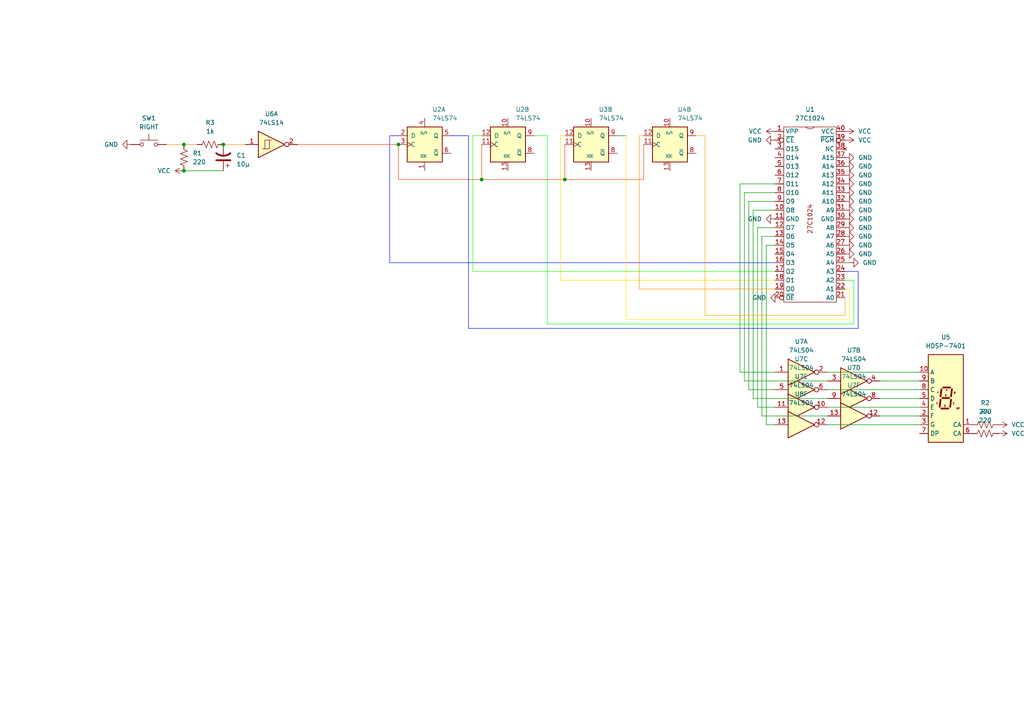
<source format=kicad_sch>
(kicad_sch
	(version 20231120)
	(generator "eeschema")
	(generator_version "8.0")
	(uuid "d3b0c47f-fc93-493c-b6c4-4ea8a264e6bd")
	(paper "A4")
	(lib_symbols
		(symbol "74xx:74LS04"
			(exclude_from_sim no)
			(in_bom yes)
			(on_board yes)
			(property "Reference" "U"
				(at 0 1.27 0)
				(effects
					(font
						(size 1.27 1.27)
					)
				)
			)
			(property "Value" "74LS04"
				(at 0 -1.27 0)
				(effects
					(font
						(size 1.27 1.27)
					)
				)
			)
			(property "Footprint" ""
				(at 0 0 0)
				(effects
					(font
						(size 1.27 1.27)
					)
					(hide yes)
				)
			)
			(property "Datasheet" "http://www.ti.com/lit/gpn/sn74LS04"
				(at 0 0 0)
				(effects
					(font
						(size 1.27 1.27)
					)
					(hide yes)
				)
			)
			(property "Description" "Hex Inverter"
				(at 0 0 0)
				(effects
					(font
						(size 1.27 1.27)
					)
					(hide yes)
				)
			)
			(property "ki_locked" ""
				(at 0 0 0)
				(effects
					(font
						(size 1.27 1.27)
					)
				)
			)
			(property "ki_keywords" "TTL not inv"
				(at 0 0 0)
				(effects
					(font
						(size 1.27 1.27)
					)
					(hide yes)
				)
			)
			(property "ki_fp_filters" "DIP*W7.62mm* SSOP?14* TSSOP?14*"
				(at 0 0 0)
				(effects
					(font
						(size 1.27 1.27)
					)
					(hide yes)
				)
			)
			(symbol "74LS04_1_0"
				(polyline
					(pts
						(xy -3.81 3.81) (xy -3.81 -3.81) (xy 3.81 0) (xy -3.81 3.81)
					)
					(stroke
						(width 0.254)
						(type default)
					)
					(fill
						(type background)
					)
				)
				(pin input line
					(at -7.62 0 0)
					(length 3.81)
					(name "~"
						(effects
							(font
								(size 1.27 1.27)
							)
						)
					)
					(number "1"
						(effects
							(font
								(size 1.27 1.27)
							)
						)
					)
				)
				(pin output inverted
					(at 7.62 0 180)
					(length 3.81)
					(name "~"
						(effects
							(font
								(size 1.27 1.27)
							)
						)
					)
					(number "2"
						(effects
							(font
								(size 1.27 1.27)
							)
						)
					)
				)
			)
			(symbol "74LS04_2_0"
				(polyline
					(pts
						(xy -3.81 3.81) (xy -3.81 -3.81) (xy 3.81 0) (xy -3.81 3.81)
					)
					(stroke
						(width 0.254)
						(type default)
					)
					(fill
						(type background)
					)
				)
				(pin input line
					(at -7.62 0 0)
					(length 3.81)
					(name "~"
						(effects
							(font
								(size 1.27 1.27)
							)
						)
					)
					(number "3"
						(effects
							(font
								(size 1.27 1.27)
							)
						)
					)
				)
				(pin output inverted
					(at 7.62 0 180)
					(length 3.81)
					(name "~"
						(effects
							(font
								(size 1.27 1.27)
							)
						)
					)
					(number "4"
						(effects
							(font
								(size 1.27 1.27)
							)
						)
					)
				)
			)
			(symbol "74LS04_3_0"
				(polyline
					(pts
						(xy -3.81 3.81) (xy -3.81 -3.81) (xy 3.81 0) (xy -3.81 3.81)
					)
					(stroke
						(width 0.254)
						(type default)
					)
					(fill
						(type background)
					)
				)
				(pin input line
					(at -7.62 0 0)
					(length 3.81)
					(name "~"
						(effects
							(font
								(size 1.27 1.27)
							)
						)
					)
					(number "5"
						(effects
							(font
								(size 1.27 1.27)
							)
						)
					)
				)
				(pin output inverted
					(at 7.62 0 180)
					(length 3.81)
					(name "~"
						(effects
							(font
								(size 1.27 1.27)
							)
						)
					)
					(number "6"
						(effects
							(font
								(size 1.27 1.27)
							)
						)
					)
				)
			)
			(symbol "74LS04_4_0"
				(polyline
					(pts
						(xy -3.81 3.81) (xy -3.81 -3.81) (xy 3.81 0) (xy -3.81 3.81)
					)
					(stroke
						(width 0.254)
						(type default)
					)
					(fill
						(type background)
					)
				)
				(pin output inverted
					(at 7.62 0 180)
					(length 3.81)
					(name "~"
						(effects
							(font
								(size 1.27 1.27)
							)
						)
					)
					(number "8"
						(effects
							(font
								(size 1.27 1.27)
							)
						)
					)
				)
				(pin input line
					(at -7.62 0 0)
					(length 3.81)
					(name "~"
						(effects
							(font
								(size 1.27 1.27)
							)
						)
					)
					(number "9"
						(effects
							(font
								(size 1.27 1.27)
							)
						)
					)
				)
			)
			(symbol "74LS04_5_0"
				(polyline
					(pts
						(xy -3.81 3.81) (xy -3.81 -3.81) (xy 3.81 0) (xy -3.81 3.81)
					)
					(stroke
						(width 0.254)
						(type default)
					)
					(fill
						(type background)
					)
				)
				(pin output inverted
					(at 7.62 0 180)
					(length 3.81)
					(name "~"
						(effects
							(font
								(size 1.27 1.27)
							)
						)
					)
					(number "10"
						(effects
							(font
								(size 1.27 1.27)
							)
						)
					)
				)
				(pin input line
					(at -7.62 0 0)
					(length 3.81)
					(name "~"
						(effects
							(font
								(size 1.27 1.27)
							)
						)
					)
					(number "11"
						(effects
							(font
								(size 1.27 1.27)
							)
						)
					)
				)
			)
			(symbol "74LS04_6_0"
				(polyline
					(pts
						(xy -3.81 3.81) (xy -3.81 -3.81) (xy 3.81 0) (xy -3.81 3.81)
					)
					(stroke
						(width 0.254)
						(type default)
					)
					(fill
						(type background)
					)
				)
				(pin output inverted
					(at 7.62 0 180)
					(length 3.81)
					(name "~"
						(effects
							(font
								(size 1.27 1.27)
							)
						)
					)
					(number "12"
						(effects
							(font
								(size 1.27 1.27)
							)
						)
					)
				)
				(pin input line
					(at -7.62 0 0)
					(length 3.81)
					(name "~"
						(effects
							(font
								(size 1.27 1.27)
							)
						)
					)
					(number "13"
						(effects
							(font
								(size 1.27 1.27)
							)
						)
					)
				)
			)
			(symbol "74LS04_7_0"
				(pin power_in line
					(at 0 12.7 270)
					(length 5.08)
					(name "VCC"
						(effects
							(font
								(size 1.27 1.27)
							)
						)
					)
					(number "14"
						(effects
							(font
								(size 1.27 1.27)
							)
						)
					)
				)
				(pin power_in line
					(at 0 -12.7 90)
					(length 5.08)
					(name "GND"
						(effects
							(font
								(size 1.27 1.27)
							)
						)
					)
					(number "7"
						(effects
							(font
								(size 1.27 1.27)
							)
						)
					)
				)
			)
			(symbol "74LS04_7_1"
				(rectangle
					(start -5.08 7.62)
					(end 5.08 -7.62)
					(stroke
						(width 0.254)
						(type default)
					)
					(fill
						(type background)
					)
				)
			)
		)
		(symbol "74xx:74LS14"
			(pin_names
				(offset 1.016)
			)
			(exclude_from_sim no)
			(in_bom yes)
			(on_board yes)
			(property "Reference" "U"
				(at 0 1.27 0)
				(effects
					(font
						(size 1.27 1.27)
					)
				)
			)
			(property "Value" "74LS14"
				(at 0 -1.27 0)
				(effects
					(font
						(size 1.27 1.27)
					)
				)
			)
			(property "Footprint" ""
				(at 0 0 0)
				(effects
					(font
						(size 1.27 1.27)
					)
					(hide yes)
				)
			)
			(property "Datasheet" "http://www.ti.com/lit/gpn/sn74LS14"
				(at 0 0 0)
				(effects
					(font
						(size 1.27 1.27)
					)
					(hide yes)
				)
			)
			(property "Description" "Hex inverter schmitt trigger"
				(at 0 0 0)
				(effects
					(font
						(size 1.27 1.27)
					)
					(hide yes)
				)
			)
			(property "ki_locked" ""
				(at 0 0 0)
				(effects
					(font
						(size 1.27 1.27)
					)
				)
			)
			(property "ki_keywords" "TTL not inverter"
				(at 0 0 0)
				(effects
					(font
						(size 1.27 1.27)
					)
					(hide yes)
				)
			)
			(property "ki_fp_filters" "DIP*W7.62mm*"
				(at 0 0 0)
				(effects
					(font
						(size 1.27 1.27)
					)
					(hide yes)
				)
			)
			(symbol "74LS14_1_0"
				(polyline
					(pts
						(xy -3.81 3.81) (xy -3.81 -3.81) (xy 3.81 0) (xy -3.81 3.81)
					)
					(stroke
						(width 0.254)
						(type default)
					)
					(fill
						(type background)
					)
				)
				(pin input line
					(at -7.62 0 0)
					(length 3.81)
					(name "~"
						(effects
							(font
								(size 1.27 1.27)
							)
						)
					)
					(number "1"
						(effects
							(font
								(size 1.27 1.27)
							)
						)
					)
				)
				(pin output inverted
					(at 7.62 0 180)
					(length 3.81)
					(name "~"
						(effects
							(font
								(size 1.27 1.27)
							)
						)
					)
					(number "2"
						(effects
							(font
								(size 1.27 1.27)
							)
						)
					)
				)
			)
			(symbol "74LS14_1_1"
				(polyline
					(pts
						(xy -1.905 -1.27) (xy -1.905 1.27) (xy -0.635 1.27)
					)
					(stroke
						(width 0)
						(type default)
					)
					(fill
						(type none)
					)
				)
				(polyline
					(pts
						(xy -2.54 -1.27) (xy -0.635 -1.27) (xy -0.635 1.27) (xy 0 1.27)
					)
					(stroke
						(width 0)
						(type default)
					)
					(fill
						(type none)
					)
				)
			)
			(symbol "74LS14_2_0"
				(polyline
					(pts
						(xy -3.81 3.81) (xy -3.81 -3.81) (xy 3.81 0) (xy -3.81 3.81)
					)
					(stroke
						(width 0.254)
						(type default)
					)
					(fill
						(type background)
					)
				)
				(pin input line
					(at -7.62 0 0)
					(length 3.81)
					(name "~"
						(effects
							(font
								(size 1.27 1.27)
							)
						)
					)
					(number "3"
						(effects
							(font
								(size 1.27 1.27)
							)
						)
					)
				)
				(pin output inverted
					(at 7.62 0 180)
					(length 3.81)
					(name "~"
						(effects
							(font
								(size 1.27 1.27)
							)
						)
					)
					(number "4"
						(effects
							(font
								(size 1.27 1.27)
							)
						)
					)
				)
			)
			(symbol "74LS14_2_1"
				(polyline
					(pts
						(xy -1.905 -1.27) (xy -1.905 1.27) (xy -0.635 1.27)
					)
					(stroke
						(width 0)
						(type default)
					)
					(fill
						(type none)
					)
				)
				(polyline
					(pts
						(xy -2.54 -1.27) (xy -0.635 -1.27) (xy -0.635 1.27) (xy 0 1.27)
					)
					(stroke
						(width 0)
						(type default)
					)
					(fill
						(type none)
					)
				)
			)
			(symbol "74LS14_3_0"
				(polyline
					(pts
						(xy -3.81 3.81) (xy -3.81 -3.81) (xy 3.81 0) (xy -3.81 3.81)
					)
					(stroke
						(width 0.254)
						(type default)
					)
					(fill
						(type background)
					)
				)
				(pin input line
					(at -7.62 0 0)
					(length 3.81)
					(name "~"
						(effects
							(font
								(size 1.27 1.27)
							)
						)
					)
					(number "5"
						(effects
							(font
								(size 1.27 1.27)
							)
						)
					)
				)
				(pin output inverted
					(at 7.62 0 180)
					(length 3.81)
					(name "~"
						(effects
							(font
								(size 1.27 1.27)
							)
						)
					)
					(number "6"
						(effects
							(font
								(size 1.27 1.27)
							)
						)
					)
				)
			)
			(symbol "74LS14_3_1"
				(polyline
					(pts
						(xy -1.905 -1.27) (xy -1.905 1.27) (xy -0.635 1.27)
					)
					(stroke
						(width 0)
						(type default)
					)
					(fill
						(type none)
					)
				)
				(polyline
					(pts
						(xy -2.54 -1.27) (xy -0.635 -1.27) (xy -0.635 1.27) (xy 0 1.27)
					)
					(stroke
						(width 0)
						(type default)
					)
					(fill
						(type none)
					)
				)
			)
			(symbol "74LS14_4_0"
				(polyline
					(pts
						(xy -3.81 3.81) (xy -3.81 -3.81) (xy 3.81 0) (xy -3.81 3.81)
					)
					(stroke
						(width 0.254)
						(type default)
					)
					(fill
						(type background)
					)
				)
				(pin output inverted
					(at 7.62 0 180)
					(length 3.81)
					(name "~"
						(effects
							(font
								(size 1.27 1.27)
							)
						)
					)
					(number "8"
						(effects
							(font
								(size 1.27 1.27)
							)
						)
					)
				)
				(pin input line
					(at -7.62 0 0)
					(length 3.81)
					(name "~"
						(effects
							(font
								(size 1.27 1.27)
							)
						)
					)
					(number "9"
						(effects
							(font
								(size 1.27 1.27)
							)
						)
					)
				)
			)
			(symbol "74LS14_4_1"
				(polyline
					(pts
						(xy -1.905 -1.27) (xy -1.905 1.27) (xy -0.635 1.27)
					)
					(stroke
						(width 0)
						(type default)
					)
					(fill
						(type none)
					)
				)
				(polyline
					(pts
						(xy -2.54 -1.27) (xy -0.635 -1.27) (xy -0.635 1.27) (xy 0 1.27)
					)
					(stroke
						(width 0)
						(type default)
					)
					(fill
						(type none)
					)
				)
			)
			(symbol "74LS14_5_0"
				(polyline
					(pts
						(xy -3.81 3.81) (xy -3.81 -3.81) (xy 3.81 0) (xy -3.81 3.81)
					)
					(stroke
						(width 0.254)
						(type default)
					)
					(fill
						(type background)
					)
				)
				(pin output inverted
					(at 7.62 0 180)
					(length 3.81)
					(name "~"
						(effects
							(font
								(size 1.27 1.27)
							)
						)
					)
					(number "10"
						(effects
							(font
								(size 1.27 1.27)
							)
						)
					)
				)
				(pin input line
					(at -7.62 0 0)
					(length 3.81)
					(name "~"
						(effects
							(font
								(size 1.27 1.27)
							)
						)
					)
					(number "11"
						(effects
							(font
								(size 1.27 1.27)
							)
						)
					)
				)
			)
			(symbol "74LS14_5_1"
				(polyline
					(pts
						(xy -1.905 -1.27) (xy -1.905 1.27) (xy -0.635 1.27)
					)
					(stroke
						(width 0)
						(type default)
					)
					(fill
						(type none)
					)
				)
				(polyline
					(pts
						(xy -2.54 -1.27) (xy -0.635 -1.27) (xy -0.635 1.27) (xy 0 1.27)
					)
					(stroke
						(width 0)
						(type default)
					)
					(fill
						(type none)
					)
				)
			)
			(symbol "74LS14_6_0"
				(polyline
					(pts
						(xy -3.81 3.81) (xy -3.81 -3.81) (xy 3.81 0) (xy -3.81 3.81)
					)
					(stroke
						(width 0.254)
						(type default)
					)
					(fill
						(type background)
					)
				)
				(pin output inverted
					(at 7.62 0 180)
					(length 3.81)
					(name "~"
						(effects
							(font
								(size 1.27 1.27)
							)
						)
					)
					(number "12"
						(effects
							(font
								(size 1.27 1.27)
							)
						)
					)
				)
				(pin input line
					(at -7.62 0 0)
					(length 3.81)
					(name "~"
						(effects
							(font
								(size 1.27 1.27)
							)
						)
					)
					(number "13"
						(effects
							(font
								(size 1.27 1.27)
							)
						)
					)
				)
			)
			(symbol "74LS14_6_1"
				(polyline
					(pts
						(xy -1.905 -1.27) (xy -1.905 1.27) (xy -0.635 1.27)
					)
					(stroke
						(width 0)
						(type default)
					)
					(fill
						(type none)
					)
				)
				(polyline
					(pts
						(xy -2.54 -1.27) (xy -0.635 -1.27) (xy -0.635 1.27) (xy 0 1.27)
					)
					(stroke
						(width 0)
						(type default)
					)
					(fill
						(type none)
					)
				)
			)
			(symbol "74LS14_7_0"
				(pin power_in line
					(at 0 12.7 270)
					(length 5.08)
					(name "VCC"
						(effects
							(font
								(size 1.27 1.27)
							)
						)
					)
					(number "14"
						(effects
							(font
								(size 1.27 1.27)
							)
						)
					)
				)
				(pin power_in line
					(at 0 -12.7 90)
					(length 5.08)
					(name "GND"
						(effects
							(font
								(size 1.27 1.27)
							)
						)
					)
					(number "7"
						(effects
							(font
								(size 1.27 1.27)
							)
						)
					)
				)
			)
			(symbol "74LS14_7_1"
				(rectangle
					(start -5.08 7.62)
					(end 5.08 -7.62)
					(stroke
						(width 0.254)
						(type default)
					)
					(fill
						(type background)
					)
				)
			)
		)
		(symbol "74xx:74LS74"
			(pin_names
				(offset 1.016)
			)
			(exclude_from_sim no)
			(in_bom yes)
			(on_board yes)
			(property "Reference" "U"
				(at -7.62 8.89 0)
				(effects
					(font
						(size 1.27 1.27)
					)
				)
			)
			(property "Value" "74LS74"
				(at -7.62 -8.89 0)
				(effects
					(font
						(size 1.27 1.27)
					)
				)
			)
			(property "Footprint" ""
				(at 0 0 0)
				(effects
					(font
						(size 1.27 1.27)
					)
					(hide yes)
				)
			)
			(property "Datasheet" "74xx/74hc_hct74.pdf"
				(at 0 0 0)
				(effects
					(font
						(size 1.27 1.27)
					)
					(hide yes)
				)
			)
			(property "Description" "Dual D Flip-flop, Set & Reset"
				(at 0 0 0)
				(effects
					(font
						(size 1.27 1.27)
					)
					(hide yes)
				)
			)
			(property "ki_locked" ""
				(at 0 0 0)
				(effects
					(font
						(size 1.27 1.27)
					)
				)
			)
			(property "ki_keywords" "TTL DFF"
				(at 0 0 0)
				(effects
					(font
						(size 1.27 1.27)
					)
					(hide yes)
				)
			)
			(property "ki_fp_filters" "DIP*W7.62mm*"
				(at 0 0 0)
				(effects
					(font
						(size 1.27 1.27)
					)
					(hide yes)
				)
			)
			(symbol "74LS74_1_0"
				(pin input line
					(at 0 -7.62 90)
					(length 2.54)
					(name "~{R}"
						(effects
							(font
								(size 1.27 1.27)
							)
						)
					)
					(number "1"
						(effects
							(font
								(size 1.27 1.27)
							)
						)
					)
				)
				(pin input line
					(at -7.62 2.54 0)
					(length 2.54)
					(name "D"
						(effects
							(font
								(size 1.27 1.27)
							)
						)
					)
					(number "2"
						(effects
							(font
								(size 1.27 1.27)
							)
						)
					)
				)
				(pin input clock
					(at -7.62 0 0)
					(length 2.54)
					(name "C"
						(effects
							(font
								(size 1.27 1.27)
							)
						)
					)
					(number "3"
						(effects
							(font
								(size 1.27 1.27)
							)
						)
					)
				)
				(pin input line
					(at 0 7.62 270)
					(length 2.54)
					(name "~{S}"
						(effects
							(font
								(size 1.27 1.27)
							)
						)
					)
					(number "4"
						(effects
							(font
								(size 1.27 1.27)
							)
						)
					)
				)
				(pin output line
					(at 7.62 2.54 180)
					(length 2.54)
					(name "Q"
						(effects
							(font
								(size 1.27 1.27)
							)
						)
					)
					(number "5"
						(effects
							(font
								(size 1.27 1.27)
							)
						)
					)
				)
				(pin output line
					(at 7.62 -2.54 180)
					(length 2.54)
					(name "~{Q}"
						(effects
							(font
								(size 1.27 1.27)
							)
						)
					)
					(number "6"
						(effects
							(font
								(size 1.27 1.27)
							)
						)
					)
				)
			)
			(symbol "74LS74_1_1"
				(rectangle
					(start -5.08 5.08)
					(end 5.08 -5.08)
					(stroke
						(width 0.254)
						(type default)
					)
					(fill
						(type background)
					)
				)
			)
			(symbol "74LS74_2_0"
				(pin input line
					(at 0 7.62 270)
					(length 2.54)
					(name "~{S}"
						(effects
							(font
								(size 1.27 1.27)
							)
						)
					)
					(number "10"
						(effects
							(font
								(size 1.27 1.27)
							)
						)
					)
				)
				(pin input clock
					(at -7.62 0 0)
					(length 2.54)
					(name "C"
						(effects
							(font
								(size 1.27 1.27)
							)
						)
					)
					(number "11"
						(effects
							(font
								(size 1.27 1.27)
							)
						)
					)
				)
				(pin input line
					(at -7.62 2.54 0)
					(length 2.54)
					(name "D"
						(effects
							(font
								(size 1.27 1.27)
							)
						)
					)
					(number "12"
						(effects
							(font
								(size 1.27 1.27)
							)
						)
					)
				)
				(pin input line
					(at 0 -7.62 90)
					(length 2.54)
					(name "~{R}"
						(effects
							(font
								(size 1.27 1.27)
							)
						)
					)
					(number "13"
						(effects
							(font
								(size 1.27 1.27)
							)
						)
					)
				)
				(pin output line
					(at 7.62 -2.54 180)
					(length 2.54)
					(name "~{Q}"
						(effects
							(font
								(size 1.27 1.27)
							)
						)
					)
					(number "8"
						(effects
							(font
								(size 1.27 1.27)
							)
						)
					)
				)
				(pin output line
					(at 7.62 2.54 180)
					(length 2.54)
					(name "Q"
						(effects
							(font
								(size 1.27 1.27)
							)
						)
					)
					(number "9"
						(effects
							(font
								(size 1.27 1.27)
							)
						)
					)
				)
			)
			(symbol "74LS74_2_1"
				(rectangle
					(start -5.08 5.08)
					(end 5.08 -5.08)
					(stroke
						(width 0.254)
						(type default)
					)
					(fill
						(type background)
					)
				)
			)
			(symbol "74LS74_3_0"
				(pin power_in line
					(at 0 10.16 270)
					(length 2.54)
					(name "VCC"
						(effects
							(font
								(size 1.27 1.27)
							)
						)
					)
					(number "14"
						(effects
							(font
								(size 1.27 1.27)
							)
						)
					)
				)
				(pin power_in line
					(at 0 -10.16 90)
					(length 2.54)
					(name "GND"
						(effects
							(font
								(size 1.27 1.27)
							)
						)
					)
					(number "7"
						(effects
							(font
								(size 1.27 1.27)
							)
						)
					)
				)
			)
			(symbol "74LS74_3_1"
				(rectangle
					(start -5.08 7.62)
					(end 5.08 -7.62)
					(stroke
						(width 0.254)
						(type default)
					)
					(fill
						(type background)
					)
				)
			)
		)
		(symbol "Device:C_Polarized_US"
			(pin_numbers hide)
			(pin_names
				(offset 0.254) hide)
			(exclude_from_sim no)
			(in_bom yes)
			(on_board yes)
			(property "Reference" "C"
				(at 0.635 2.54 0)
				(effects
					(font
						(size 1.27 1.27)
					)
					(justify left)
				)
			)
			(property "Value" "C_Polarized_US"
				(at 0.635 -2.54 0)
				(effects
					(font
						(size 1.27 1.27)
					)
					(justify left)
				)
			)
			(property "Footprint" ""
				(at 0 0 0)
				(effects
					(font
						(size 1.27 1.27)
					)
					(hide yes)
				)
			)
			(property "Datasheet" "~"
				(at 0 0 0)
				(effects
					(font
						(size 1.27 1.27)
					)
					(hide yes)
				)
			)
			(property "Description" "Polarized capacitor, US symbol"
				(at 0 0 0)
				(effects
					(font
						(size 1.27 1.27)
					)
					(hide yes)
				)
			)
			(property "ki_keywords" "cap capacitor"
				(at 0 0 0)
				(effects
					(font
						(size 1.27 1.27)
					)
					(hide yes)
				)
			)
			(property "ki_fp_filters" "CP_*"
				(at 0 0 0)
				(effects
					(font
						(size 1.27 1.27)
					)
					(hide yes)
				)
			)
			(symbol "C_Polarized_US_0_1"
				(polyline
					(pts
						(xy -2.032 0.762) (xy 2.032 0.762)
					)
					(stroke
						(width 0.508)
						(type default)
					)
					(fill
						(type none)
					)
				)
				(polyline
					(pts
						(xy -1.778 2.286) (xy -0.762 2.286)
					)
					(stroke
						(width 0)
						(type default)
					)
					(fill
						(type none)
					)
				)
				(polyline
					(pts
						(xy -1.27 1.778) (xy -1.27 2.794)
					)
					(stroke
						(width 0)
						(type default)
					)
					(fill
						(type none)
					)
				)
				(arc
					(start 2.032 -1.27)
					(mid 0 -0.5572)
					(end -2.032 -1.27)
					(stroke
						(width 0.508)
						(type default)
					)
					(fill
						(type none)
					)
				)
			)
			(symbol "C_Polarized_US_1_1"
				(pin passive line
					(at 0 3.81 270)
					(length 2.794)
					(name "~"
						(effects
							(font
								(size 1.27 1.27)
							)
						)
					)
					(number "1"
						(effects
							(font
								(size 1.27 1.27)
							)
						)
					)
				)
				(pin passive line
					(at 0 -3.81 90)
					(length 3.302)
					(name "~"
						(effects
							(font
								(size 1.27 1.27)
							)
						)
					)
					(number "2"
						(effects
							(font
								(size 1.27 1.27)
							)
						)
					)
				)
			)
		)
		(symbol "Device:R_US"
			(pin_numbers hide)
			(pin_names
				(offset 0)
			)
			(exclude_from_sim no)
			(in_bom yes)
			(on_board yes)
			(property "Reference" "R"
				(at 2.54 0 90)
				(effects
					(font
						(size 1.27 1.27)
					)
				)
			)
			(property "Value" "R_US"
				(at -2.54 0 90)
				(effects
					(font
						(size 1.27 1.27)
					)
				)
			)
			(property "Footprint" ""
				(at 1.016 -0.254 90)
				(effects
					(font
						(size 1.27 1.27)
					)
					(hide yes)
				)
			)
			(property "Datasheet" "~"
				(at 0 0 0)
				(effects
					(font
						(size 1.27 1.27)
					)
					(hide yes)
				)
			)
			(property "Description" "Resistor, US symbol"
				(at 0 0 0)
				(effects
					(font
						(size 1.27 1.27)
					)
					(hide yes)
				)
			)
			(property "ki_keywords" "R res resistor"
				(at 0 0 0)
				(effects
					(font
						(size 1.27 1.27)
					)
					(hide yes)
				)
			)
			(property "ki_fp_filters" "R_*"
				(at 0 0 0)
				(effects
					(font
						(size 1.27 1.27)
					)
					(hide yes)
				)
			)
			(symbol "R_US_0_1"
				(polyline
					(pts
						(xy 0 -2.286) (xy 0 -2.54)
					)
					(stroke
						(width 0)
						(type default)
					)
					(fill
						(type none)
					)
				)
				(polyline
					(pts
						(xy 0 2.286) (xy 0 2.54)
					)
					(stroke
						(width 0)
						(type default)
					)
					(fill
						(type none)
					)
				)
				(polyline
					(pts
						(xy 0 -0.762) (xy 1.016 -1.143) (xy 0 -1.524) (xy -1.016 -1.905) (xy 0 -2.286)
					)
					(stroke
						(width 0)
						(type default)
					)
					(fill
						(type none)
					)
				)
				(polyline
					(pts
						(xy 0 0.762) (xy 1.016 0.381) (xy 0 0) (xy -1.016 -0.381) (xy 0 -0.762)
					)
					(stroke
						(width 0)
						(type default)
					)
					(fill
						(type none)
					)
				)
				(polyline
					(pts
						(xy 0 2.286) (xy 1.016 1.905) (xy 0 1.524) (xy -1.016 1.143) (xy 0 0.762)
					)
					(stroke
						(width 0)
						(type default)
					)
					(fill
						(type none)
					)
				)
			)
			(symbol "R_US_1_1"
				(pin passive line
					(at 0 3.81 270)
					(length 1.27)
					(name "~"
						(effects
							(font
								(size 1.27 1.27)
							)
						)
					)
					(number "1"
						(effects
							(font
								(size 1.27 1.27)
							)
						)
					)
				)
				(pin passive line
					(at 0 -3.81 90)
					(length 1.27)
					(name "~"
						(effects
							(font
								(size 1.27 1.27)
							)
						)
					)
					(number "2"
						(effects
							(font
								(size 1.27 1.27)
							)
						)
					)
				)
			)
		)
		(symbol "Display_Character:HDSP-7401"
			(exclude_from_sim no)
			(in_bom yes)
			(on_board yes)
			(property "Reference" "U"
				(at -3.81 13.97 0)
				(effects
					(font
						(size 1.27 1.27)
					)
				)
			)
			(property "Value" "HDSP-7401"
				(at 6.35 13.97 0)
				(effects
					(font
						(size 1.27 1.27)
					)
				)
			)
			(property "Footprint" "Display_7Segment:HDSP-7401"
				(at 0 -13.97 0)
				(effects
					(font
						(size 1.27 1.27)
					)
					(hide yes)
				)
			)
			(property "Datasheet" "https://docs.broadcom.com/docs/AV02-2553EN"
				(at 0 0 0)
				(effects
					(font
						(size 1.27 1.27)
					)
					(hide yes)
				)
			)
			(property "Description" "One digit 7 segment yellow, common anode"
				(at 0 0 0)
				(effects
					(font
						(size 1.27 1.27)
					)
					(hide yes)
				)
			)
			(property "ki_keywords" "display LED 7-segment"
				(at 0 0 0)
				(effects
					(font
						(size 1.27 1.27)
					)
					(hide yes)
				)
			)
			(property "ki_fp_filters" "HDSP?7401*"
				(at 0 0 0)
				(effects
					(font
						(size 1.27 1.27)
					)
					(hide yes)
				)
			)
			(symbol "HDSP-7401_1_0"
				(text "A"
					(at 0.254 2.413 0)
					(effects
						(font
							(size 0.508 0.508)
						)
					)
				)
				(text "B"
					(at 2.54 1.651 0)
					(effects
						(font
							(size 0.508 0.508)
						)
					)
				)
				(text "C"
					(at 2.286 -1.397 0)
					(effects
						(font
							(size 0.508 0.508)
						)
					)
				)
				(text "D"
					(at -0.254 -2.159 0)
					(effects
						(font
							(size 0.508 0.508)
						)
					)
				)
				(text "DP"
					(at 3.556 -2.921 0)
					(effects
						(font
							(size 0.508 0.508)
						)
					)
				)
				(text "E"
					(at -2.54 -1.397 0)
					(effects
						(font
							(size 0.508 0.508)
						)
					)
				)
				(text "F"
					(at -2.286 1.651 0)
					(effects
						(font
							(size 0.508 0.508)
						)
					)
				)
				(text "G"
					(at 0 0.889 0)
					(effects
						(font
							(size 0.508 0.508)
						)
					)
				)
			)
			(symbol "HDSP-7401_1_1"
				(rectangle
					(start -5.08 12.7)
					(end 5.08 -12.7)
					(stroke
						(width 0.254)
						(type default)
					)
					(fill
						(type background)
					)
				)
				(polyline
					(pts
						(xy -1.524 -0.381) (xy -1.778 -2.413)
					)
					(stroke
						(width 0.508)
						(type default)
					)
					(fill
						(type none)
					)
				)
				(polyline
					(pts
						(xy -1.27 -2.921) (xy 0.762 -2.921)
					)
					(stroke
						(width 0.508)
						(type default)
					)
					(fill
						(type none)
					)
				)
				(polyline
					(pts
						(xy -1.27 2.667) (xy -1.524 0.635)
					)
					(stroke
						(width 0.508)
						(type default)
					)
					(fill
						(type none)
					)
				)
				(polyline
					(pts
						(xy -1.016 0.127) (xy 1.016 0.127)
					)
					(stroke
						(width 0.508)
						(type default)
					)
					(fill
						(type none)
					)
				)
				(polyline
					(pts
						(xy -0.762 3.175) (xy 1.27 3.175)
					)
					(stroke
						(width 0.508)
						(type default)
					)
					(fill
						(type none)
					)
				)
				(polyline
					(pts
						(xy 1.524 -0.381) (xy 1.27 -2.413)
					)
					(stroke
						(width 0.508)
						(type default)
					)
					(fill
						(type none)
					)
				)
				(polyline
					(pts
						(xy 1.778 2.667) (xy 1.524 0.635)
					)
					(stroke
						(width 0.508)
						(type default)
					)
					(fill
						(type none)
					)
				)
				(polyline
					(pts
						(xy 2.54 -2.921) (xy 2.54 -2.921)
					)
					(stroke
						(width 0.508)
						(type default)
					)
					(fill
						(type none)
					)
				)
				(pin input line
					(at 7.62 -7.62 180)
					(length 2.54)
					(name "CA"
						(effects
							(font
								(size 1.27 1.27)
							)
						)
					)
					(number "1"
						(effects
							(font
								(size 1.27 1.27)
							)
						)
					)
				)
				(pin input line
					(at -7.62 7.62 0)
					(length 2.54)
					(name "A"
						(effects
							(font
								(size 1.27 1.27)
							)
						)
					)
					(number "10"
						(effects
							(font
								(size 1.27 1.27)
							)
						)
					)
				)
				(pin input line
					(at -7.62 -5.08 0)
					(length 2.54)
					(name "F"
						(effects
							(font
								(size 1.27 1.27)
							)
						)
					)
					(number "2"
						(effects
							(font
								(size 1.27 1.27)
							)
						)
					)
				)
				(pin input line
					(at -7.62 -7.62 0)
					(length 2.54)
					(name "G"
						(effects
							(font
								(size 1.27 1.27)
							)
						)
					)
					(number "3"
						(effects
							(font
								(size 1.27 1.27)
							)
						)
					)
				)
				(pin input line
					(at -7.62 -2.54 0)
					(length 2.54)
					(name "E"
						(effects
							(font
								(size 1.27 1.27)
							)
						)
					)
					(number "4"
						(effects
							(font
								(size 1.27 1.27)
							)
						)
					)
				)
				(pin input line
					(at -7.62 0 0)
					(length 2.54)
					(name "D"
						(effects
							(font
								(size 1.27 1.27)
							)
						)
					)
					(number "5"
						(effects
							(font
								(size 1.27 1.27)
							)
						)
					)
				)
				(pin input line
					(at 7.62 -10.16 180)
					(length 2.54)
					(name "CA"
						(effects
							(font
								(size 1.27 1.27)
							)
						)
					)
					(number "6"
						(effects
							(font
								(size 1.27 1.27)
							)
						)
					)
				)
				(pin input line
					(at -7.62 -10.16 0)
					(length 2.54)
					(name "DP"
						(effects
							(font
								(size 1.27 1.27)
							)
						)
					)
					(number "7"
						(effects
							(font
								(size 1.27 1.27)
							)
						)
					)
				)
				(pin input line
					(at -7.62 2.54 0)
					(length 2.54)
					(name "C"
						(effects
							(font
								(size 1.27 1.27)
							)
						)
					)
					(number "8"
						(effects
							(font
								(size 1.27 1.27)
							)
						)
					)
				)
				(pin input line
					(at -7.62 5.08 0)
					(length 2.54)
					(name "B"
						(effects
							(font
								(size 1.27 1.27)
							)
						)
					)
					(number "9"
						(effects
							(font
								(size 1.27 1.27)
							)
						)
					)
				)
			)
		)
		(symbol "Pasquale:27C1024"
			(exclude_from_sim no)
			(in_bom yes)
			(on_board yes)
			(property "Reference" "U"
				(at 0 0 0)
				(effects
					(font
						(size 1.27 1.27)
					)
				)
			)
			(property "Value" "27C1024"
				(at 0 0 0)
				(effects
					(font
						(size 1.27 1.27)
					)
				)
			)
			(property "Footprint" ""
				(at 0 0 0)
				(effects
					(font
						(size 1.27 1.27)
					)
					(hide yes)
				)
			)
			(property "Datasheet" ""
				(at 0 0 0)
				(effects
					(font
						(size 1.27 1.27)
					)
					(hide yes)
				)
			)
			(property "Description" ""
				(at 0 0 0)
				(effects
					(font
						(size 1.27 1.27)
					)
					(hide yes)
				)
			)
			(symbol "27C1024_0_0"
				(text "27C1024"
					(at 0 -27.94 900)
					(effects
						(font
							(size 1.27 1.27)
						)
					)
				)
			)
			(symbol "27C1024_0_1"
				(rectangle
					(start -7.62 -1.27)
					(end 7.62 -52.07)
					(stroke
						(width 0)
						(type default)
					)
					(fill
						(type none)
					)
				)
				(polyline
					(pts
						(xy -5.08 -5.08) (xy -5.08 -5.08)
					)
					(stroke
						(width 0)
						(type default)
					)
					(fill
						(type none)
					)
				)
				(polyline
					(pts
						(xy -5.08 -5.08) (xy -5.08 -5.08)
					)
					(stroke
						(width 0)
						(type default)
					)
					(fill
						(type none)
					)
				)
				(polyline
					(pts
						(xy -5.08 -5.08) (xy -5.08 -5.08)
					)
					(stroke
						(width 0)
						(type default)
					)
					(fill
						(type none)
					)
				)
			)
			(symbol "27C1024_1_1"
				(arc
					(start -1.27 -1.2698)
					(mid 0 -1.7959)
					(end 1.27 -1.2698)
					(stroke
						(width 0)
						(type default)
					)
					(fill
						(type none)
					)
				)
				(pin input line
					(at -10.16 -2.54 0)
					(length 2.54)
					(name "VPP"
						(effects
							(font
								(size 1.27 1.27)
							)
						)
					)
					(number "1"
						(effects
							(font
								(size 1.27 1.27)
							)
						)
					)
				)
				(pin tri_state line
					(at -10.16 -25.4 0)
					(length 2.54)
					(name "O8"
						(effects
							(font
								(size 1.27 1.27)
							)
						)
					)
					(number "10"
						(effects
							(font
								(size 1.27 1.27)
							)
						)
					)
				)
				(pin input line
					(at -10.16 -27.94 0)
					(length 2.54)
					(name "GND"
						(effects
							(font
								(size 1.27 1.27)
							)
						)
					)
					(number "11"
						(effects
							(font
								(size 1.27 1.27)
							)
						)
					)
				)
				(pin tri_state line
					(at -10.16 -30.48 0)
					(length 2.54)
					(name "O7"
						(effects
							(font
								(size 1.27 1.27)
							)
						)
					)
					(number "12"
						(effects
							(font
								(size 1.27 1.27)
							)
						)
					)
				)
				(pin tri_state line
					(at -10.16 -33.02 0)
					(length 2.54)
					(name "O6"
						(effects
							(font
								(size 1.27 1.27)
							)
						)
					)
					(number "13"
						(effects
							(font
								(size 1.27 1.27)
							)
						)
					)
				)
				(pin tri_state line
					(at -10.16 -35.56 0)
					(length 2.54)
					(name "O5"
						(effects
							(font
								(size 1.27 1.27)
							)
						)
					)
					(number "14"
						(effects
							(font
								(size 1.27 1.27)
							)
						)
					)
				)
				(pin tri_state line
					(at -10.16 -38.1 0)
					(length 2.54)
					(name "O4"
						(effects
							(font
								(size 1.27 1.27)
							)
						)
					)
					(number "15"
						(effects
							(font
								(size 1.27 1.27)
							)
						)
					)
				)
				(pin tri_state line
					(at -10.16 -40.64 0)
					(length 2.54)
					(name "O3"
						(effects
							(font
								(size 1.27 1.27)
							)
						)
					)
					(number "16"
						(effects
							(font
								(size 1.27 1.27)
							)
						)
					)
				)
				(pin tri_state line
					(at -10.16 -43.18 0)
					(length 2.54)
					(name "O2"
						(effects
							(font
								(size 1.27 1.27)
							)
						)
					)
					(number "17"
						(effects
							(font
								(size 1.27 1.27)
							)
						)
					)
				)
				(pin tri_state line
					(at -10.16 -45.72 0)
					(length 2.54)
					(name "O1"
						(effects
							(font
								(size 1.27 1.27)
							)
						)
					)
					(number "18"
						(effects
							(font
								(size 1.27 1.27)
							)
						)
					)
				)
				(pin tri_state line
					(at -10.16 -48.26 0)
					(length 2.54)
					(name "O0"
						(effects
							(font
								(size 1.27 1.27)
							)
						)
					)
					(number "19"
						(effects
							(font
								(size 1.27 1.27)
							)
						)
					)
				)
				(pin input inverted
					(at -10.16 -5.08 0)
					(length 2.54)
					(name "~{CE}"
						(effects
							(font
								(size 1.27 1.27)
							)
						)
					)
					(number "2"
						(effects
							(font
								(size 1.27 1.27)
							)
						)
					)
				)
				(pin input inverted
					(at -10.16 -50.8 0)
					(length 2.54)
					(name "~{OE}"
						(effects
							(font
								(size 1.27 1.27)
							)
						)
					)
					(number "20"
						(effects
							(font
								(size 1.27 1.27)
							)
						)
					)
				)
				(pin input line
					(at 10.16 -50.8 180)
					(length 2.54)
					(name "A0"
						(effects
							(font
								(size 1.27 1.27)
							)
						)
					)
					(number "21"
						(effects
							(font
								(size 1.27 1.27)
							)
						)
					)
				)
				(pin input line
					(at 10.16 -48.26 180)
					(length 2.54)
					(name "A1"
						(effects
							(font
								(size 1.27 1.27)
							)
						)
					)
					(number "22"
						(effects
							(font
								(size 1.27 1.27)
							)
						)
					)
				)
				(pin input line
					(at 10.16 -45.72 180)
					(length 2.54)
					(name "A2"
						(effects
							(font
								(size 1.27 1.27)
							)
						)
					)
					(number "23"
						(effects
							(font
								(size 1.27 1.27)
							)
						)
					)
				)
				(pin input line
					(at 10.16 -43.18 180)
					(length 2.54)
					(name "A3"
						(effects
							(font
								(size 1.27 1.27)
							)
						)
					)
					(number "24"
						(effects
							(font
								(size 1.27 1.27)
							)
						)
					)
				)
				(pin input line
					(at 10.16 -40.64 180)
					(length 2.54)
					(name "A4"
						(effects
							(font
								(size 1.27 1.27)
							)
						)
					)
					(number "25"
						(effects
							(font
								(size 1.27 1.27)
							)
						)
					)
				)
				(pin input line
					(at 10.16 -38.1 180)
					(length 2.54)
					(name "A5"
						(effects
							(font
								(size 1.27 1.27)
							)
						)
					)
					(number "26"
						(effects
							(font
								(size 1.27 1.27)
							)
						)
					)
				)
				(pin input line
					(at 10.16 -35.56 180)
					(length 2.54)
					(name "A6"
						(effects
							(font
								(size 1.27 1.27)
							)
						)
					)
					(number "27"
						(effects
							(font
								(size 1.27 1.27)
							)
						)
					)
				)
				(pin input line
					(at 10.16 -33.02 180)
					(length 2.54)
					(name "A7"
						(effects
							(font
								(size 1.27 1.27)
							)
						)
					)
					(number "28"
						(effects
							(font
								(size 1.27 1.27)
							)
						)
					)
				)
				(pin input line
					(at 10.16 -30.48 180)
					(length 2.54)
					(name "A8"
						(effects
							(font
								(size 1.27 1.27)
							)
						)
					)
					(number "29"
						(effects
							(font
								(size 1.27 1.27)
							)
						)
					)
				)
				(pin tri_state line
					(at -10.16 -7.62 0)
					(length 2.54)
					(name "O15"
						(effects
							(font
								(size 1.27 1.27)
							)
						)
					)
					(number "3"
						(effects
							(font
								(size 1.27 1.27)
							)
						)
					)
				)
				(pin input line
					(at 10.16 -27.94 180)
					(length 2.54)
					(name "GND"
						(effects
							(font
								(size 1.27 1.27)
							)
						)
					)
					(number "30"
						(effects
							(font
								(size 1.27 1.27)
							)
						)
					)
				)
				(pin input line
					(at 10.16 -25.4 180)
					(length 2.54)
					(name "A9"
						(effects
							(font
								(size 1.27 1.27)
							)
						)
					)
					(number "31"
						(effects
							(font
								(size 1.27 1.27)
							)
						)
					)
				)
				(pin input line
					(at 10.16 -22.86 180)
					(length 2.54)
					(name "A10"
						(effects
							(font
								(size 1.27 1.27)
							)
						)
					)
					(number "32"
						(effects
							(font
								(size 1.27 1.27)
							)
						)
					)
				)
				(pin input line
					(at 10.16 -20.32 180)
					(length 2.54)
					(name "A11"
						(effects
							(font
								(size 1.27 1.27)
							)
						)
					)
					(number "33"
						(effects
							(font
								(size 1.27 1.27)
							)
						)
					)
				)
				(pin input line
					(at 10.16 -17.78 180)
					(length 2.54)
					(name "A12"
						(effects
							(font
								(size 1.27 1.27)
							)
						)
					)
					(number "34"
						(effects
							(font
								(size 1.27 1.27)
							)
						)
					)
				)
				(pin input line
					(at 10.16 -15.24 180)
					(length 2.54)
					(name "A13"
						(effects
							(font
								(size 1.27 1.27)
							)
						)
					)
					(number "35"
						(effects
							(font
								(size 1.27 1.27)
							)
						)
					)
				)
				(pin input line
					(at 10.16 -12.7 180)
					(length 2.54)
					(name "A14"
						(effects
							(font
								(size 1.27 1.27)
							)
						)
					)
					(number "36"
						(effects
							(font
								(size 1.27 1.27)
							)
						)
					)
				)
				(pin input line
					(at 10.16 -10.16 180)
					(length 2.54)
					(name "A15"
						(effects
							(font
								(size 1.27 1.27)
							)
						)
					)
					(number "37"
						(effects
							(font
								(size 1.27 1.27)
							)
						)
					)
				)
				(pin no_connect line
					(at 10.16 -7.62 180)
					(length 2.54)
					(name "NC"
						(effects
							(font
								(size 1.27 1.27)
							)
						)
					)
					(number "38"
						(effects
							(font
								(size 1.27 1.27)
							)
						)
					)
				)
				(pin input inverted
					(at 10.16 -5.08 180)
					(length 2.54)
					(name "~{PGM}"
						(effects
							(font
								(size 1.27 1.27)
							)
						)
					)
					(number "39"
						(effects
							(font
								(size 1.27 1.27)
							)
						)
					)
				)
				(pin tri_state line
					(at -10.16 -10.16 0)
					(length 2.54)
					(name "O14"
						(effects
							(font
								(size 1.27 1.27)
							)
						)
					)
					(number "4"
						(effects
							(font
								(size 1.27 1.27)
							)
						)
					)
				)
				(pin input line
					(at 10.16 -2.54 180)
					(length 2.54)
					(name "VCC"
						(effects
							(font
								(size 1.27 1.27)
							)
						)
					)
					(number "40"
						(effects
							(font
								(size 1.27 1.27)
							)
						)
					)
				)
				(pin tri_state line
					(at -10.16 -12.7 0)
					(length 2.54)
					(name "O13"
						(effects
							(font
								(size 1.27 1.27)
							)
						)
					)
					(number "5"
						(effects
							(font
								(size 1.27 1.27)
							)
						)
					)
				)
				(pin tri_state line
					(at -10.16 -15.24 0)
					(length 2.54)
					(name "O12"
						(effects
							(font
								(size 1.27 1.27)
							)
						)
					)
					(number "6"
						(effects
							(font
								(size 1.27 1.27)
							)
						)
					)
				)
				(pin tri_state line
					(at -10.16 -17.78 0)
					(length 2.54)
					(name "O11"
						(effects
							(font
								(size 1.27 1.27)
							)
						)
					)
					(number "7"
						(effects
							(font
								(size 1.27 1.27)
							)
						)
					)
				)
				(pin tri_state line
					(at -10.16 -20.32 0)
					(length 2.54)
					(name "O10"
						(effects
							(font
								(size 1.27 1.27)
							)
						)
					)
					(number "8"
						(effects
							(font
								(size 1.27 1.27)
							)
						)
					)
				)
				(pin tri_state line
					(at -10.16 -22.86 0)
					(length 2.54)
					(name "O9"
						(effects
							(font
								(size 1.27 1.27)
							)
						)
					)
					(number "9"
						(effects
							(font
								(size 1.27 1.27)
							)
						)
					)
				)
			)
		)
		(symbol "Switch:SW_Push"
			(pin_numbers hide)
			(pin_names
				(offset 1.016) hide)
			(exclude_from_sim no)
			(in_bom yes)
			(on_board yes)
			(property "Reference" "SW"
				(at 1.27 2.54 0)
				(effects
					(font
						(size 1.27 1.27)
					)
					(justify left)
				)
			)
			(property "Value" "SW_Push"
				(at 0 -1.524 0)
				(effects
					(font
						(size 1.27 1.27)
					)
				)
			)
			(property "Footprint" ""
				(at 0 5.08 0)
				(effects
					(font
						(size 1.27 1.27)
					)
					(hide yes)
				)
			)
			(property "Datasheet" "~"
				(at 0 5.08 0)
				(effects
					(font
						(size 1.27 1.27)
					)
					(hide yes)
				)
			)
			(property "Description" "Push button switch, generic, two pins"
				(at 0 0 0)
				(effects
					(font
						(size 1.27 1.27)
					)
					(hide yes)
				)
			)
			(property "ki_keywords" "switch normally-open pushbutton push-button"
				(at 0 0 0)
				(effects
					(font
						(size 1.27 1.27)
					)
					(hide yes)
				)
			)
			(symbol "SW_Push_0_1"
				(circle
					(center -2.032 0)
					(radius 0.508)
					(stroke
						(width 0)
						(type default)
					)
					(fill
						(type none)
					)
				)
				(polyline
					(pts
						(xy 0 1.27) (xy 0 3.048)
					)
					(stroke
						(width 0)
						(type default)
					)
					(fill
						(type none)
					)
				)
				(polyline
					(pts
						(xy 2.54 1.27) (xy -2.54 1.27)
					)
					(stroke
						(width 0)
						(type default)
					)
					(fill
						(type none)
					)
				)
				(circle
					(center 2.032 0)
					(radius 0.508)
					(stroke
						(width 0)
						(type default)
					)
					(fill
						(type none)
					)
				)
				(pin passive line
					(at -5.08 0 0)
					(length 2.54)
					(name "1"
						(effects
							(font
								(size 1.27 1.27)
							)
						)
					)
					(number "1"
						(effects
							(font
								(size 1.27 1.27)
							)
						)
					)
				)
				(pin passive line
					(at 5.08 0 180)
					(length 2.54)
					(name "2"
						(effects
							(font
								(size 1.27 1.27)
							)
						)
					)
					(number "2"
						(effects
							(font
								(size 1.27 1.27)
							)
						)
					)
				)
			)
		)
		(symbol "power:GND"
			(power)
			(pin_numbers hide)
			(pin_names
				(offset 0) hide)
			(exclude_from_sim no)
			(in_bom yes)
			(on_board yes)
			(property "Reference" "#PWR"
				(at 0 -6.35 0)
				(effects
					(font
						(size 1.27 1.27)
					)
					(hide yes)
				)
			)
			(property "Value" "GND"
				(at 0 -3.81 0)
				(effects
					(font
						(size 1.27 1.27)
					)
				)
			)
			(property "Footprint" ""
				(at 0 0 0)
				(effects
					(font
						(size 1.27 1.27)
					)
					(hide yes)
				)
			)
			(property "Datasheet" ""
				(at 0 0 0)
				(effects
					(font
						(size 1.27 1.27)
					)
					(hide yes)
				)
			)
			(property "Description" "Power symbol creates a global label with name \"GND\" , ground"
				(at 0 0 0)
				(effects
					(font
						(size 1.27 1.27)
					)
					(hide yes)
				)
			)
			(property "ki_keywords" "global power"
				(at 0 0 0)
				(effects
					(font
						(size 1.27 1.27)
					)
					(hide yes)
				)
			)
			(symbol "GND_0_1"
				(polyline
					(pts
						(xy 0 0) (xy 0 -1.27) (xy 1.27 -1.27) (xy 0 -2.54) (xy -1.27 -1.27) (xy 0 -1.27)
					)
					(stroke
						(width 0)
						(type default)
					)
					(fill
						(type none)
					)
				)
			)
			(symbol "GND_1_1"
				(pin power_in line
					(at 0 0 270)
					(length 0)
					(name "~"
						(effects
							(font
								(size 1.27 1.27)
							)
						)
					)
					(number "1"
						(effects
							(font
								(size 1.27 1.27)
							)
						)
					)
				)
			)
		)
		(symbol "power:VCC"
			(power)
			(pin_numbers hide)
			(pin_names
				(offset 0) hide)
			(exclude_from_sim no)
			(in_bom yes)
			(on_board yes)
			(property "Reference" "#PWR"
				(at 0 -3.81 0)
				(effects
					(font
						(size 1.27 1.27)
					)
					(hide yes)
				)
			)
			(property "Value" "VCC"
				(at 0 3.556 0)
				(effects
					(font
						(size 1.27 1.27)
					)
				)
			)
			(property "Footprint" ""
				(at 0 0 0)
				(effects
					(font
						(size 1.27 1.27)
					)
					(hide yes)
				)
			)
			(property "Datasheet" ""
				(at 0 0 0)
				(effects
					(font
						(size 1.27 1.27)
					)
					(hide yes)
				)
			)
			(property "Description" "Power symbol creates a global label with name \"VCC\""
				(at 0 0 0)
				(effects
					(font
						(size 1.27 1.27)
					)
					(hide yes)
				)
			)
			(property "ki_keywords" "global power"
				(at 0 0 0)
				(effects
					(font
						(size 1.27 1.27)
					)
					(hide yes)
				)
			)
			(symbol "VCC_0_1"
				(polyline
					(pts
						(xy -0.762 1.27) (xy 0 2.54)
					)
					(stroke
						(width 0)
						(type default)
					)
					(fill
						(type none)
					)
				)
				(polyline
					(pts
						(xy 0 0) (xy 0 2.54)
					)
					(stroke
						(width 0)
						(type default)
					)
					(fill
						(type none)
					)
				)
				(polyline
					(pts
						(xy 0 2.54) (xy 0.762 1.27)
					)
					(stroke
						(width 0)
						(type default)
					)
					(fill
						(type none)
					)
				)
			)
			(symbol "VCC_1_1"
				(pin power_in line
					(at 0 0 90)
					(length 0)
					(name "~"
						(effects
							(font
								(size 1.27 1.27)
							)
						)
					)
					(number "1"
						(effects
							(font
								(size 1.27 1.27)
							)
						)
					)
				)
			)
		)
	)
	(junction
		(at 115.57 41.91)
		(diameter 0)
		(color 0 0 0 0)
		(uuid "58d0aabf-cb9b-489f-a131-a5832cf46641")
	)
	(junction
		(at 53.34 41.91)
		(diameter 0)
		(color 0 0 0 0)
		(uuid "5abf919a-9011-48e9-ad0c-068244deace7")
	)
	(junction
		(at 64.77 41.91)
		(diameter 0)
		(color 0 0 0 0)
		(uuid "87eba2ef-ff18-43ba-829e-d731f28ae0df")
	)
	(junction
		(at 139.7 52.07)
		(diameter 0)
		(color 0 0 0 0)
		(uuid "9983c05f-871e-48a8-a1a7-d4d197eceb67")
	)
	(junction
		(at 163.83 52.07)
		(diameter 0)
		(color 0 0 0 0)
		(uuid "9eedafbd-7a38-4810-8aea-2ea3668cc445")
	)
	(junction
		(at 53.34 49.53)
		(diameter 0)
		(color 0 0 0 0)
		(uuid "d0d479f2-e65c-4b33-8835-9eca26945263")
	)
	(wire
		(pts
			(xy 139.7 39.37) (xy 137.16 39.37)
		)
		(stroke
			(width 0)
			(type default)
			(color 22 255 0 1)
		)
		(uuid "001544af-54e9-4fa8-ae40-b82bed93d91a")
	)
	(wire
		(pts
			(xy 215.9 55.88) (xy 224.79 55.88)
		)
		(stroke
			(width 0)
			(type default)
		)
		(uuid "05e6efc6-88b9-4243-bf29-3c0b459ca7a2")
	)
	(wire
		(pts
			(xy 220.98 68.58) (xy 220.98 120.65)
		)
		(stroke
			(width 0)
			(type default)
		)
		(uuid "11a31d8b-2020-413b-85af-bd8bfe3583a3")
	)
	(wire
		(pts
			(xy 219.71 66.04) (xy 224.79 66.04)
		)
		(stroke
			(width 0)
			(type default)
		)
		(uuid "129f1d66-8604-4883-a908-978601139777")
	)
	(wire
		(pts
			(xy 162.56 81.28) (xy 162.56 39.37)
		)
		(stroke
			(width 0)
			(type default)
			(color 255 222 2 1)
		)
		(uuid "130b19f4-d47b-4795-8cd4-63b35cf50dcd")
	)
	(wire
		(pts
			(xy 163.83 52.07) (xy 186.69 52.07)
		)
		(stroke
			(width 0)
			(type default)
			(color 255 66 0 1)
		)
		(uuid "15a4054e-ab55-4eaf-a6e6-689e5b840f6c")
	)
	(wire
		(pts
			(xy 158.75 39.37) (xy 158.75 93.98)
		)
		(stroke
			(width 0)
			(type default)
			(color 0 255 9 1)
		)
		(uuid "195ebc55-51c3-48a0-a124-fe9ff3236066")
	)
	(wire
		(pts
			(xy 185.42 83.82) (xy 185.42 39.37)
		)
		(stroke
			(width 0)
			(type default)
			(color 255 149 0 1)
		)
		(uuid "1f44b363-0152-44ca-8908-ac674e6c07ad")
	)
	(wire
		(pts
			(xy 246.38 92.71) (xy 246.38 83.82)
		)
		(stroke
			(width 0)
			(type default)
			(color 255 235 0 1)
		)
		(uuid "20b6adde-3e54-4ca3-ae4f-9b23d94a0a2d")
	)
	(wire
		(pts
			(xy 139.7 52.07) (xy 163.83 52.07)
		)
		(stroke
			(width 0)
			(type default)
			(color 255 66 0 1)
		)
		(uuid "23a29098-d966-44fb-84cd-108ccf68fa3d")
	)
	(wire
		(pts
			(xy 220.98 120.65) (xy 240.03 120.65)
		)
		(stroke
			(width 0)
			(type default)
		)
		(uuid "25cb9208-544e-4477-a40b-9ad1e1803168")
	)
	(wire
		(pts
			(xy 245.11 91.44) (xy 245.11 86.36)
		)
		(stroke
			(width 0)
			(type default)
			(color 255 161 0 1)
		)
		(uuid "273c95a6-2b63-4a5e-bc8d-51b9791f060a")
	)
	(wire
		(pts
			(xy 214.63 107.95) (xy 224.79 107.95)
		)
		(stroke
			(width 0)
			(type default)
		)
		(uuid "27c73c8b-0f1c-447d-a00a-97aa8b2c6d8d")
	)
	(wire
		(pts
			(xy 245.11 76.2) (xy 246.38 76.2)
		)
		(stroke
			(width 0)
			(type default)
		)
		(uuid "2949115f-02a7-4f1c-917f-3e107a4b0626")
	)
	(wire
		(pts
			(xy 135.89 39.37) (xy 135.89 95.25)
		)
		(stroke
			(width 0)
			(type default)
			(color 0 14 255 1)
		)
		(uuid "2b7f9170-e6de-4756-9e98-3ec76ec4f280")
	)
	(wire
		(pts
			(xy 179.07 39.37) (xy 181.61 39.37)
		)
		(stroke
			(width 0)
			(type default)
		)
		(uuid "30a1e3b8-e464-4e94-ae86-c5227ed80ad8")
	)
	(wire
		(pts
			(xy 240.03 113.03) (xy 266.7 113.03)
		)
		(stroke
			(width 0)
			(type default)
		)
		(uuid "30b9c4ef-cf32-4772-a709-06f7bdfa76a4")
	)
	(wire
		(pts
			(xy 201.93 39.37) (xy 204.47 39.37)
		)
		(stroke
			(width 0)
			(type default)
			(color 255 161 0 1)
		)
		(uuid "31f6f710-a900-4f6c-aa97-9e28003b8fce")
	)
	(wire
		(pts
			(xy 255.27 120.65) (xy 266.7 120.65)
		)
		(stroke
			(width 0)
			(type default)
		)
		(uuid "384d2628-9723-4237-b5e0-82790f71cda4")
	)
	(wire
		(pts
			(xy 163.83 52.07) (xy 163.83 41.91)
		)
		(stroke
			(width 0)
			(type default)
			(color 255 66 0 1)
		)
		(uuid "3befc601-f547-4f46-9814-bd9d0b1d95ca")
	)
	(wire
		(pts
			(xy 181.61 39.37) (xy 181.61 92.71)
		)
		(stroke
			(width 0)
			(type default)
			(color 255 235 0 1)
		)
		(uuid "41791ac2-ea81-4bc6-b8bd-e481756961eb")
	)
	(wire
		(pts
			(xy 219.71 66.04) (xy 219.71 118.11)
		)
		(stroke
			(width 0)
			(type default)
		)
		(uuid "4bc45e39-1524-4dfe-8517-48cd8f5ad663")
	)
	(wire
		(pts
			(xy 214.63 53.34) (xy 214.63 107.95)
		)
		(stroke
			(width 0)
			(type default)
		)
		(uuid "4f65adf3-9787-4333-82c8-53d8198b7cf1")
	)
	(wire
		(pts
			(xy 218.44 115.57) (xy 240.03 115.57)
		)
		(stroke
			(width 0)
			(type default)
		)
		(uuid "52e5ac1f-486e-4a24-9c19-a25e032f1e71")
	)
	(wire
		(pts
			(xy 224.79 81.28) (xy 162.56 81.28)
		)
		(stroke
			(width 0)
			(type default)
			(color 255 222 2 1)
		)
		(uuid "53ddf42c-688a-4ba0-bcd2-abe3172c46c5")
	)
	(wire
		(pts
			(xy 139.7 52.07) (xy 139.7 41.91)
		)
		(stroke
			(width 0)
			(type default)
			(color 255 66 0 1)
		)
		(uuid "55277736-8426-48c6-b179-df87606d7e3d")
	)
	(wire
		(pts
			(xy 215.9 55.88) (xy 215.9 110.49)
		)
		(stroke
			(width 0)
			(type default)
		)
		(uuid "577ed442-0923-4397-b5e4-d07e1069c41d")
	)
	(wire
		(pts
			(xy 224.79 86.36) (xy 226.06 86.36)
		)
		(stroke
			(width 0)
			(type default)
		)
		(uuid "57be186a-02fb-4f3e-8a4c-24ac24cf11d1")
	)
	(wire
		(pts
			(xy 240.03 123.19) (xy 266.7 123.19)
		)
		(stroke
			(width 0)
			(type default)
		)
		(uuid "5dc496f3-3a96-4078-9dae-99e67ba22574")
	)
	(wire
		(pts
			(xy 181.61 92.71) (xy 246.38 92.71)
		)
		(stroke
			(width 0)
			(type default)
			(color 255 235 0 1)
		)
		(uuid "68b18a9e-0614-4512-9cf4-ef920f8ec3ed")
	)
	(wire
		(pts
			(xy 137.16 39.37) (xy 137.16 78.74)
		)
		(stroke
			(width 0)
			(type default)
			(color 22 255 0 1)
		)
		(uuid "721e780a-725c-481e-8d86-fd8231ec3a31")
	)
	(wire
		(pts
			(xy 204.47 39.37) (xy 204.47 91.44)
		)
		(stroke
			(width 0)
			(type default)
			(color 255 161 0 1)
		)
		(uuid "74bae709-e983-448c-b4f5-ea3ad5d6ed30")
	)
	(wire
		(pts
			(xy 218.44 60.96) (xy 218.44 115.57)
		)
		(stroke
			(width 0)
			(type default)
		)
		(uuid "7571f8ef-f39e-4730-89d6-b760552b0182")
	)
	(wire
		(pts
			(xy 158.75 93.98) (xy 247.65 93.98)
		)
		(stroke
			(width 0)
			(type default)
			(color 0 255 9 1)
		)
		(uuid "7fbb92f7-f6f1-43cd-9338-75c22ec1549e")
	)
	(wire
		(pts
			(xy 214.63 53.34) (xy 224.79 53.34)
		)
		(stroke
			(width 0)
			(type default)
		)
		(uuid "7fc49b5b-35d4-49fb-acf9-7d15b55f2196")
	)
	(wire
		(pts
			(xy 217.17 113.03) (xy 224.79 113.03)
		)
		(stroke
			(width 0)
			(type default)
		)
		(uuid "846e1413-e69b-401f-85f4-0e7bdffd2de0")
	)
	(wire
		(pts
			(xy 247.65 81.28) (xy 245.11 81.28)
		)
		(stroke
			(width 0)
			(type default)
			(color 0 255 9 1)
		)
		(uuid "85c6426d-4c65-4fd7-aa8c-4a375f220bac")
	)
	(wire
		(pts
			(xy 113.03 76.2) (xy 224.79 76.2)
		)
		(stroke
			(width 0)
			(type default)
			(color 11 36 255 1)
		)
		(uuid "870cde56-1da4-4294-a100-dabd2ca40d7c")
	)
	(wire
		(pts
			(xy 115.57 52.07) (xy 139.7 52.07)
		)
		(stroke
			(width 0)
			(type default)
			(color 255 66 0 1)
		)
		(uuid "8a49868a-4fed-4b42-b948-82bf1412253b")
	)
	(wire
		(pts
			(xy 53.34 49.53) (xy 64.77 49.53)
		)
		(stroke
			(width 0)
			(type default)
		)
		(uuid "8d364176-ad88-48bf-859a-038e52961dfc")
	)
	(wire
		(pts
			(xy 186.69 52.07) (xy 186.69 41.91)
		)
		(stroke
			(width 0)
			(type default)
			(color 255 66 0 1)
		)
		(uuid "91580f05-d863-4d48-86cd-3d2d0c3788ca")
	)
	(wire
		(pts
			(xy 64.77 41.91) (xy 71.12 41.91)
		)
		(stroke
			(width 0)
			(type default)
			(color 255 132 0 1)
		)
		(uuid "94ccc04f-918d-4bc0-85c4-07e461ce0d79")
	)
	(wire
		(pts
			(xy 137.16 78.74) (xy 224.79 78.74)
		)
		(stroke
			(width 0)
			(type default)
			(color 22 255 0 1)
		)
		(uuid "99e69b8f-e039-45b5-92a1-d6ba76a4e2e9")
	)
	(wire
		(pts
			(xy 154.94 39.37) (xy 158.75 39.37)
		)
		(stroke
			(width 0)
			(type default)
			(color 0 255 9 1)
		)
		(uuid "9fd8d39f-de9f-4952-b046-718e2b2e217d")
	)
	(wire
		(pts
			(xy 217.17 58.42) (xy 224.79 58.42)
		)
		(stroke
			(width 0)
			(type default)
		)
		(uuid "a26115f6-d64e-45be-8531-1e92806edc71")
	)
	(wire
		(pts
			(xy 255.27 110.49) (xy 266.7 110.49)
		)
		(stroke
			(width 0)
			(type default)
		)
		(uuid "a6fd9d90-6449-4379-8b73-77c001f9044d")
	)
	(wire
		(pts
			(xy 219.71 118.11) (xy 224.79 118.11)
		)
		(stroke
			(width 0)
			(type default)
		)
		(uuid "a8c6a1e9-fed4-41e4-b717-f0086b2b9631")
	)
	(wire
		(pts
			(xy 48.26 41.91) (xy 53.34 41.91)
		)
		(stroke
			(width 0)
			(type default)
			(color 255 132 0 1)
		)
		(uuid "b003d182-d03d-448b-be1b-16fc5f712b58")
	)
	(wire
		(pts
			(xy 248.92 78.74) (xy 245.11 78.74)
		)
		(stroke
			(width 0)
			(type default)
			(color 0 14 255 1)
		)
		(uuid "b1520498-f2a8-4ee3-8dcc-01033b5def31")
	)
	(wire
		(pts
			(xy 115.57 41.91) (xy 115.57 52.07)
		)
		(stroke
			(width 0)
			(type default)
			(color 255 66 0 1)
		)
		(uuid "b1af05c2-c53e-4d41-be8a-5e3c07cf663c")
	)
	(wire
		(pts
			(xy 130.81 39.37) (xy 135.89 39.37)
		)
		(stroke
			(width 0)
			(type default)
			(color 0 14 255 1)
		)
		(uuid "b8313157-5202-4302-a48e-de39dc9531dc")
	)
	(wire
		(pts
			(xy 135.89 95.25) (xy 248.92 95.25)
		)
		(stroke
			(width 0)
			(type default)
			(color 0 14 255 1)
		)
		(uuid "bbb5803b-b269-4e08-bd66-510f4e40b2fa")
	)
	(wire
		(pts
			(xy 217.17 58.42) (xy 217.17 113.03)
		)
		(stroke
			(width 0)
			(type default)
		)
		(uuid "bc3aa878-3419-46ef-a2af-70427fb68751")
	)
	(wire
		(pts
			(xy 215.9 110.49) (xy 240.03 110.49)
		)
		(stroke
			(width 0)
			(type default)
		)
		(uuid "bf7deeb4-828f-4286-a604-899e43170f49")
	)
	(wire
		(pts
			(xy 248.92 95.25) (xy 248.92 78.74)
		)
		(stroke
			(width 0)
			(type default)
			(color 0 14 255 1)
		)
		(uuid "c0026440-2d06-4d6d-8146-ea1aec847d8a")
	)
	(wire
		(pts
			(xy 222.25 71.12) (xy 222.25 123.19)
		)
		(stroke
			(width 0)
			(type default)
		)
		(uuid "c2376cb5-ded8-4753-84fa-bab26001fec1")
	)
	(wire
		(pts
			(xy 86.36 41.91) (xy 115.57 41.91)
		)
		(stroke
			(width 0)
			(type default)
			(color 255 66 0 1)
		)
		(uuid "c5208321-6b16-4a3f-85db-deefc73ec1d4")
	)
	(wire
		(pts
			(xy 222.25 123.19) (xy 224.79 123.19)
		)
		(stroke
			(width 0)
			(type default)
		)
		(uuid "c8f583a0-c48c-4458-bbe2-af766bf37730")
	)
	(wire
		(pts
			(xy 218.44 60.96) (xy 224.79 60.96)
		)
		(stroke
			(width 0)
			(type default)
		)
		(uuid "c99cb160-3579-4a59-ba12-a2648b6cf821")
	)
	(wire
		(pts
			(xy 246.38 83.82) (xy 245.11 83.82)
		)
		(stroke
			(width 0)
			(type default)
			(color 255 235 0 1)
		)
		(uuid "c9f39639-2cad-470a-9709-6bec6065b71c")
	)
	(wire
		(pts
			(xy 115.57 39.37) (xy 113.03 39.37)
		)
		(stroke
			(width 0)
			(type default)
			(color 11 36 255 1)
		)
		(uuid "cb7359f5-ec3e-490a-85b4-303f407bfcdf")
	)
	(wire
		(pts
			(xy 53.34 41.91) (xy 57.15 41.91)
		)
		(stroke
			(width 0)
			(type default)
			(color 255 132 0 1)
		)
		(uuid "cf2e076d-f932-4053-8420-ea5941bd340d")
	)
	(wire
		(pts
			(xy 204.47 91.44) (xy 245.11 91.44)
		)
		(stroke
			(width 0)
			(type default)
			(color 255 161 0 1)
		)
		(uuid "cf86d835-1f44-49ff-9603-4b2cfb473b32")
	)
	(wire
		(pts
			(xy 240.03 118.11) (xy 266.7 118.11)
		)
		(stroke
			(width 0)
			(type default)
		)
		(uuid "d0092393-9f6d-49ee-8a64-e31cfabb975b")
	)
	(wire
		(pts
			(xy 185.42 39.37) (xy 186.69 39.37)
		)
		(stroke
			(width 0)
			(type default)
			(color 255 149 0 1)
		)
		(uuid "d15a485f-ccfb-41f2-b879-80319a8f7790")
	)
	(wire
		(pts
			(xy 247.65 93.98) (xy 247.65 81.28)
		)
		(stroke
			(width 0)
			(type default)
			(color 0 255 9 1)
		)
		(uuid "da32fb1f-5378-405e-a9af-449729a1606a")
	)
	(wire
		(pts
			(xy 240.03 107.95) (xy 266.7 107.95)
		)
		(stroke
			(width 0)
			(type default)
		)
		(uuid "dae58e7b-6bac-442d-9ef5-b62583adcfff")
	)
	(wire
		(pts
			(xy 222.25 71.12) (xy 224.79 71.12)
		)
		(stroke
			(width 0)
			(type default)
		)
		(uuid "de055edc-4c2b-4114-a6e5-a280c103f36b")
	)
	(wire
		(pts
			(xy 162.56 39.37) (xy 163.83 39.37)
		)
		(stroke
			(width 0)
			(type default)
			(color 255 222 2 1)
		)
		(uuid "e68ada1b-c8d5-4fc3-a99b-14ec75b5656a")
	)
	(wire
		(pts
			(xy 224.79 83.82) (xy 185.42 83.82)
		)
		(stroke
			(width 0)
			(type default)
			(color 255 149 0 1)
		)
		(uuid "e8a614c1-25a4-48da-a1eb-542fe30c3be2")
	)
	(wire
		(pts
			(xy 113.03 39.37) (xy 113.03 76.2)
		)
		(stroke
			(width 0)
			(type default)
			(color 11 36 255 1)
		)
		(uuid "ee16bcc2-fa66-419c-9d95-5c33f1b6911d")
	)
	(wire
		(pts
			(xy 255.27 115.57) (xy 266.7 115.57)
		)
		(stroke
			(width 0)
			(type default)
		)
		(uuid "f6bc51a1-63c4-4cf6-bf0e-4a498b4c8d16")
	)
	(wire
		(pts
			(xy 220.98 68.58) (xy 224.79 68.58)
		)
		(stroke
			(width 0)
			(type default)
		)
		(uuid "fa22abd0-a16f-42ab-8b37-35870f31cb8b")
	)
	(symbol
		(lib_id "power:GND")
		(at 245.11 71.12 90)
		(unit 1)
		(exclude_from_sim no)
		(in_bom yes)
		(on_board yes)
		(dnp no)
		(fields_autoplaced yes)
		(uuid "03270bf5-bed3-4f1c-bd98-0a09e6ef6ed5")
		(property "Reference" "#PWR08"
			(at 251.46 71.12 0)
			(effects
				(font
					(size 1.27 1.27)
				)
				(hide yes)
			)
		)
		(property "Value" "GND"
			(at 248.92 71.1199 90)
			(effects
				(font
					(size 1.27 1.27)
				)
				(justify right)
			)
		)
		(property "Footprint" ""
			(at 245.11 71.12 0)
			(effects
				(font
					(size 1.27 1.27)
				)
				(hide yes)
			)
		)
		(property "Datasheet" ""
			(at 245.11 71.12 0)
			(effects
				(font
					(size 1.27 1.27)
				)
				(hide yes)
			)
		)
		(property "Description" "Power symbol creates a global label with name \"GND\" , ground"
			(at 245.11 71.12 0)
			(effects
				(font
					(size 1.27 1.27)
				)
				(hide yes)
			)
		)
		(pin "1"
			(uuid "3856e95c-1810-46e1-ac37-4ac82b5a997e")
		)
		(instances
			(project "Circuit 6"
				(path "/d3b0c47f-fc93-493c-b6c4-4ea8a264e6bd"
					(reference "#PWR08")
					(unit 1)
				)
			)
		)
	)
	(symbol
		(lib_id "74xx:74LS04")
		(at 247.65 110.49 0)
		(unit 2)
		(exclude_from_sim no)
		(in_bom yes)
		(on_board yes)
		(dnp no)
		(fields_autoplaced yes)
		(uuid "049da989-f9fc-4da5-8573-68ef323868e1")
		(property "Reference" "U7"
			(at 247.65 101.6 0)
			(effects
				(font
					(size 1.27 1.27)
				)
			)
		)
		(property "Value" "74LS04"
			(at 247.65 104.14 0)
			(effects
				(font
					(size 1.27 1.27)
				)
			)
		)
		(property "Footprint" ""
			(at 247.65 110.49 0)
			(effects
				(font
					(size 1.27 1.27)
				)
				(hide yes)
			)
		)
		(property "Datasheet" "http://www.ti.com/lit/gpn/sn74LS04"
			(at 247.65 110.49 0)
			(effects
				(font
					(size 1.27 1.27)
				)
				(hide yes)
			)
		)
		(property "Description" "Hex Inverter"
			(at 247.65 110.49 0)
			(effects
				(font
					(size 1.27 1.27)
				)
				(hide yes)
			)
		)
		(pin "9"
			(uuid "0f472cf8-bafb-453e-a882-56196aa95299")
		)
		(pin "10"
			(uuid "752ef685-61c9-460c-991a-f737941ba0cc")
		)
		(pin "13"
			(uuid "060423fb-960f-4a75-857b-a487fe7cdee8")
		)
		(pin "3"
			(uuid "584bc146-c008-4f21-82e1-8d38a7e22917")
		)
		(pin "5"
			(uuid "d1b9fb72-e3a1-4da1-aab1-e89b6cd0d7bc")
		)
		(pin "7"
			(uuid "cb0fe2e6-2b4a-4e19-bda4-14a30e9989f4")
		)
		(pin "11"
			(uuid "9ba6a23f-47fb-432a-8e1c-a8eb3f3310f5")
		)
		(pin "1"
			(uuid "90b4b215-6aeb-455b-ba42-49fa7443e584")
		)
		(pin "4"
			(uuid "6b17c19e-1712-4842-b6fd-529fba1a2a76")
		)
		(pin "12"
			(uuid "ab0d85a5-a371-4baa-a24e-0dffb121aa85")
		)
		(pin "14"
			(uuid "c3bf7adf-85cf-407f-bb8b-86f7ed239765")
		)
		(pin "8"
			(uuid "a939b4ef-78ac-4daf-b88b-dcc6628260fc")
		)
		(pin "2"
			(uuid "6b934ec5-54aa-4a6c-a031-a36486781126")
		)
		(pin "6"
			(uuid "1635601d-66bd-4791-907e-74db87f65603")
		)
		(instances
			(project ""
				(path "/d3b0c47f-fc93-493c-b6c4-4ea8a264e6bd"
					(reference "U7")
					(unit 2)
				)
			)
		)
	)
	(symbol
		(lib_id "74xx:74LS14")
		(at 78.74 41.91 0)
		(unit 1)
		(exclude_from_sim no)
		(in_bom yes)
		(on_board yes)
		(dnp no)
		(fields_autoplaced yes)
		(uuid "07715675-7929-40c9-a86c-3a3275e96b10")
		(property "Reference" "U6"
			(at 78.74 33.02 0)
			(effects
				(font
					(size 1.27 1.27)
				)
			)
		)
		(property "Value" "74LS14"
			(at 78.74 35.56 0)
			(effects
				(font
					(size 1.27 1.27)
				)
			)
		)
		(property "Footprint" ""
			(at 78.74 41.91 0)
			(effects
				(font
					(size 1.27 1.27)
				)
				(hide yes)
			)
		)
		(property "Datasheet" "http://www.ti.com/lit/gpn/sn74LS14"
			(at 78.74 41.91 0)
			(effects
				(font
					(size 1.27 1.27)
				)
				(hide yes)
			)
		)
		(property "Description" "Hex inverter schmitt trigger"
			(at 78.74 41.91 0)
			(effects
				(font
					(size 1.27 1.27)
				)
				(hide yes)
			)
		)
		(pin "8"
			(uuid "20250f32-07fc-40d3-8857-f1c523d5777c")
		)
		(pin "13"
			(uuid "1b6d3958-25e5-40b4-b220-13ba752d9c5d")
		)
		(pin "9"
			(uuid "1b177cbc-b2f9-4404-a4b1-23641d2ab6d4")
		)
		(pin "4"
			(uuid "04ca3cb6-abbc-4bf6-95b4-7b5a68779e91")
		)
		(pin "5"
			(uuid "4f289d2e-79cf-4019-adad-c36cb1b5a3be")
		)
		(pin "11"
			(uuid "603b3d1d-bb4d-4f39-84a9-91a4d8f30299")
		)
		(pin "2"
			(uuid "67d4e839-709c-41cc-8aaf-50fdd4c88c03")
		)
		(pin "1"
			(uuid "4a5f4b8b-b0ff-4b62-a1e5-c00d999ff2e1")
		)
		(pin "3"
			(uuid "8eed5d83-b005-4b89-be74-f5da1b4ca5f3")
		)
		(pin "12"
			(uuid "d250a94f-5fe7-4375-b2f5-2d4748521c91")
		)
		(pin "14"
			(uuid "dfe01f3e-3b2c-4995-bcc1-9bea9e205660")
		)
		(pin "6"
			(uuid "f65d1994-86d3-4824-9621-55e329e87f24")
		)
		(pin "7"
			(uuid "a55d66b6-c282-44f6-a3cb-641230f6c370")
		)
		(pin "10"
			(uuid "a573f1a8-e6e4-415e-b4f2-05c1b730cee7")
		)
		(instances
			(project "Circuit 6"
				(path "/d3b0c47f-fc93-493c-b6c4-4ea8a264e6bd"
					(reference "U6")
					(unit 1)
				)
			)
		)
	)
	(symbol
		(lib_id "power:GND")
		(at 245.11 58.42 90)
		(unit 1)
		(exclude_from_sim no)
		(in_bom yes)
		(on_board yes)
		(dnp no)
		(fields_autoplaced yes)
		(uuid "0ac33933-bec6-41f3-a870-1bee10c411e1")
		(property "Reference" "#PWR013"
			(at 251.46 58.42 0)
			(effects
				(font
					(size 1.27 1.27)
				)
				(hide yes)
			)
		)
		(property "Value" "GND"
			(at 248.92 58.4199 90)
			(effects
				(font
					(size 1.27 1.27)
				)
				(justify right)
			)
		)
		(property "Footprint" ""
			(at 245.11 58.42 0)
			(effects
				(font
					(size 1.27 1.27)
				)
				(hide yes)
			)
		)
		(property "Datasheet" ""
			(at 245.11 58.42 0)
			(effects
				(font
					(size 1.27 1.27)
				)
				(hide yes)
			)
		)
		(property "Description" "Power symbol creates a global label with name \"GND\" , ground"
			(at 245.11 58.42 0)
			(effects
				(font
					(size 1.27 1.27)
				)
				(hide yes)
			)
		)
		(pin "1"
			(uuid "cb5ebda4-2f8c-4ee7-a814-db128088e4fb")
		)
		(instances
			(project "Circuit 6"
				(path "/d3b0c47f-fc93-493c-b6c4-4ea8a264e6bd"
					(reference "#PWR013")
					(unit 1)
				)
			)
		)
	)
	(symbol
		(lib_id "74xx:74LS04")
		(at 247.65 120.65 0)
		(unit 6)
		(exclude_from_sim no)
		(in_bom yes)
		(on_board yes)
		(dnp no)
		(fields_autoplaced yes)
		(uuid "0c100952-1ac2-42a4-900d-d0e69fcb0507")
		(property "Reference" "U7"
			(at 247.65 111.76 0)
			(effects
				(font
					(size 1.27 1.27)
				)
			)
		)
		(property "Value" "74LS04"
			(at 247.65 114.3 0)
			(effects
				(font
					(size 1.27 1.27)
				)
			)
		)
		(property "Footprint" ""
			(at 247.65 120.65 0)
			(effects
				(font
					(size 1.27 1.27)
				)
				(hide yes)
			)
		)
		(property "Datasheet" "http://www.ti.com/lit/gpn/sn74LS04"
			(at 247.65 120.65 0)
			(effects
				(font
					(size 1.27 1.27)
				)
				(hide yes)
			)
		)
		(property "Description" "Hex Inverter"
			(at 247.65 120.65 0)
			(effects
				(font
					(size 1.27 1.27)
				)
				(hide yes)
			)
		)
		(pin "9"
			(uuid "0f472cf8-bafb-453e-a882-56196aa95299")
		)
		(pin "10"
			(uuid "752ef685-61c9-460c-991a-f737941ba0cc")
		)
		(pin "13"
			(uuid "060423fb-960f-4a75-857b-a487fe7cdee8")
		)
		(pin "3"
			(uuid "584bc146-c008-4f21-82e1-8d38a7e22917")
		)
		(pin "5"
			(uuid "d1b9fb72-e3a1-4da1-aab1-e89b6cd0d7bc")
		)
		(pin "7"
			(uuid "cb0fe2e6-2b4a-4e19-bda4-14a30e9989f4")
		)
		(pin "11"
			(uuid "9ba6a23f-47fb-432a-8e1c-a8eb3f3310f5")
		)
		(pin "1"
			(uuid "90b4b215-6aeb-455b-ba42-49fa7443e584")
		)
		(pin "4"
			(uuid "6b17c19e-1712-4842-b6fd-529fba1a2a76")
		)
		(pin "12"
			(uuid "ab0d85a5-a371-4baa-a24e-0dffb121aa85")
		)
		(pin "14"
			(uuid "c3bf7adf-85cf-407f-bb8b-86f7ed239765")
		)
		(pin "8"
			(uuid "a939b4ef-78ac-4daf-b88b-dcc6628260fc")
		)
		(pin "2"
			(uuid "6b934ec5-54aa-4a6c-a031-a36486781126")
		)
		(pin "6"
			(uuid "1635601d-66bd-4791-907e-74db87f65603")
		)
		(instances
			(project ""
				(path "/d3b0c47f-fc93-493c-b6c4-4ea8a264e6bd"
					(reference "U7")
					(unit 6)
				)
			)
		)
	)
	(symbol
		(lib_id "power:GND")
		(at 245.11 55.88 90)
		(unit 1)
		(exclude_from_sim no)
		(in_bom yes)
		(on_board yes)
		(dnp no)
		(fields_autoplaced yes)
		(uuid "0f2e1a83-0e3e-4ef1-9933-68c62bbb0ed3")
		(property "Reference" "#PWR014"
			(at 251.46 55.88 0)
			(effects
				(font
					(size 1.27 1.27)
				)
				(hide yes)
			)
		)
		(property "Value" "GND"
			(at 248.92 55.8799 90)
			(effects
				(font
					(size 1.27 1.27)
				)
				(justify right)
			)
		)
		(property "Footprint" ""
			(at 245.11 55.88 0)
			(effects
				(font
					(size 1.27 1.27)
				)
				(hide yes)
			)
		)
		(property "Datasheet" ""
			(at 245.11 55.88 0)
			(effects
				(font
					(size 1.27 1.27)
				)
				(hide yes)
			)
		)
		(property "Description" "Power symbol creates a global label with name \"GND\" , ground"
			(at 245.11 55.88 0)
			(effects
				(font
					(size 1.27 1.27)
				)
				(hide yes)
			)
		)
		(pin "1"
			(uuid "448fa0af-fdb6-4633-8966-722990ba8bde")
		)
		(instances
			(project "Circuit 6"
				(path "/d3b0c47f-fc93-493c-b6c4-4ea8a264e6bd"
					(reference "#PWR014")
					(unit 1)
				)
			)
		)
	)
	(symbol
		(lib_id "74xx:74LS04")
		(at 232.41 107.95 0)
		(unit 1)
		(exclude_from_sim no)
		(in_bom yes)
		(on_board yes)
		(dnp no)
		(fields_autoplaced yes)
		(uuid "15b4a1af-6e95-4871-8cf8-007d5f1ffeb3")
		(property "Reference" "U7"
			(at 232.41 99.06 0)
			(effects
				(font
					(size 1.27 1.27)
				)
			)
		)
		(property "Value" "74LS04"
			(at 232.41 101.6 0)
			(effects
				(font
					(size 1.27 1.27)
				)
			)
		)
		(property "Footprint" ""
			(at 232.41 107.95 0)
			(effects
				(font
					(size 1.27 1.27)
				)
				(hide yes)
			)
		)
		(property "Datasheet" "http://www.ti.com/lit/gpn/sn74LS04"
			(at 232.41 107.95 0)
			(effects
				(font
					(size 1.27 1.27)
				)
				(hide yes)
			)
		)
		(property "Description" "Hex Inverter"
			(at 232.41 107.95 0)
			(effects
				(font
					(size 1.27 1.27)
				)
				(hide yes)
			)
		)
		(pin "9"
			(uuid "0f472cf8-bafb-453e-a882-56196aa95299")
		)
		(pin "10"
			(uuid "752ef685-61c9-460c-991a-f737941ba0cc")
		)
		(pin "13"
			(uuid "060423fb-960f-4a75-857b-a487fe7cdee8")
		)
		(pin "3"
			(uuid "584bc146-c008-4f21-82e1-8d38a7e22917")
		)
		(pin "5"
			(uuid "d1b9fb72-e3a1-4da1-aab1-e89b6cd0d7bc")
		)
		(pin "7"
			(uuid "cb0fe2e6-2b4a-4e19-bda4-14a30e9989f4")
		)
		(pin "11"
			(uuid "9ba6a23f-47fb-432a-8e1c-a8eb3f3310f5")
		)
		(pin "1"
			(uuid "90b4b215-6aeb-455b-ba42-49fa7443e584")
		)
		(pin "4"
			(uuid "6b17c19e-1712-4842-b6fd-529fba1a2a76")
		)
		(pin "12"
			(uuid "ab0d85a5-a371-4baa-a24e-0dffb121aa85")
		)
		(pin "14"
			(uuid "c3bf7adf-85cf-407f-bb8b-86f7ed239765")
		)
		(pin "8"
			(uuid "a939b4ef-78ac-4daf-b88b-dcc6628260fc")
		)
		(pin "2"
			(uuid "6b934ec5-54aa-4a6c-a031-a36486781126")
		)
		(pin "6"
			(uuid "1635601d-66bd-4791-907e-74db87f65603")
		)
		(instances
			(project ""
				(path "/d3b0c47f-fc93-493c-b6c4-4ea8a264e6bd"
					(reference "U7")
					(unit 1)
				)
			)
		)
	)
	(symbol
		(lib_id "74xx:74LS04")
		(at 232.41 118.11 0)
		(unit 5)
		(exclude_from_sim no)
		(in_bom yes)
		(on_board yes)
		(dnp no)
		(fields_autoplaced yes)
		(uuid "175338a2-7b9c-4d57-8e67-2fa248315fbd")
		(property "Reference" "U7"
			(at 232.41 109.22 0)
			(effects
				(font
					(size 1.27 1.27)
				)
			)
		)
		(property "Value" "74LS04"
			(at 232.41 111.76 0)
			(effects
				(font
					(size 1.27 1.27)
				)
			)
		)
		(property "Footprint" ""
			(at 232.41 118.11 0)
			(effects
				(font
					(size 1.27 1.27)
				)
				(hide yes)
			)
		)
		(property "Datasheet" "http://www.ti.com/lit/gpn/sn74LS04"
			(at 232.41 118.11 0)
			(effects
				(font
					(size 1.27 1.27)
				)
				(hide yes)
			)
		)
		(property "Description" "Hex Inverter"
			(at 232.41 118.11 0)
			(effects
				(font
					(size 1.27 1.27)
				)
				(hide yes)
			)
		)
		(pin "9"
			(uuid "0f472cf8-bafb-453e-a882-56196aa95299")
		)
		(pin "10"
			(uuid "752ef685-61c9-460c-991a-f737941ba0cc")
		)
		(pin "13"
			(uuid "060423fb-960f-4a75-857b-a487fe7cdee8")
		)
		(pin "3"
			(uuid "584bc146-c008-4f21-82e1-8d38a7e22917")
		)
		(pin "5"
			(uuid "d1b9fb72-e3a1-4da1-aab1-e89b6cd0d7bc")
		)
		(pin "7"
			(uuid "cb0fe2e6-2b4a-4e19-bda4-14a30e9989f4")
		)
		(pin "11"
			(uuid "9ba6a23f-47fb-432a-8e1c-a8eb3f3310f5")
		)
		(pin "1"
			(uuid "90b4b215-6aeb-455b-ba42-49fa7443e584")
		)
		(pin "4"
			(uuid "6b17c19e-1712-4842-b6fd-529fba1a2a76")
		)
		(pin "12"
			(uuid "ab0d85a5-a371-4baa-a24e-0dffb121aa85")
		)
		(pin "14"
			(uuid "c3bf7adf-85cf-407f-bb8b-86f7ed239765")
		)
		(pin "8"
			(uuid "a939b4ef-78ac-4daf-b88b-dcc6628260fc")
		)
		(pin "2"
			(uuid "6b934ec5-54aa-4a6c-a031-a36486781126")
		)
		(pin "6"
			(uuid "1635601d-66bd-4791-907e-74db87f65603")
		)
		(instances
			(project ""
				(path "/d3b0c47f-fc93-493c-b6c4-4ea8a264e6bd"
					(reference "U7")
					(unit 5)
				)
			)
		)
	)
	(symbol
		(lib_id "74xx:74LS74")
		(at 147.32 41.91 0)
		(unit 2)
		(exclude_from_sim no)
		(in_bom yes)
		(on_board yes)
		(dnp no)
		(fields_autoplaced yes)
		(uuid "1dd07aec-5a6b-454d-a7cb-2b80995d703c")
		(property "Reference" "U2"
			(at 149.5141 31.75 0)
			(effects
				(font
					(size 1.27 1.27)
				)
				(justify left)
			)
		)
		(property "Value" "74LS74"
			(at 149.5141 34.29 0)
			(effects
				(font
					(size 1.27 1.27)
				)
				(justify left)
			)
		)
		(property "Footprint" ""
			(at 147.32 41.91 0)
			(effects
				(font
					(size 1.27 1.27)
				)
				(hide yes)
			)
		)
		(property "Datasheet" "74xx/74hc_hct74.pdf"
			(at 147.32 41.91 0)
			(effects
				(font
					(size 1.27 1.27)
				)
				(hide yes)
			)
		)
		(property "Description" "Dual D Flip-flop, Set & Reset"
			(at 147.32 41.91 0)
			(effects
				(font
					(size 1.27 1.27)
				)
				(hide yes)
			)
		)
		(pin "9"
			(uuid "d69fa80b-9966-4985-98b4-70938ed7746a")
		)
		(pin "6"
			(uuid "0d9fe172-db7c-40ed-b842-edb5f7972d65")
		)
		(pin "10"
			(uuid "3ed75610-5f7e-4036-957f-d6ee3bfc862d")
		)
		(pin "12"
			(uuid "c9b2b5f1-0915-450e-9591-2d2b458d7aaf")
		)
		(pin "11"
			(uuid "7f2d6432-b14b-4b21-b75f-29f4ebfe248c")
		)
		(pin "14"
			(uuid "470fe868-a054-463e-86da-198435eb6375")
		)
		(pin "2"
			(uuid "c3527dae-4cf8-4d05-ad7e-42609f580ee6")
		)
		(pin "3"
			(uuid "b4ff406c-6448-44f9-9910-bc646e5230ce")
		)
		(pin "5"
			(uuid "5ddab5e9-804c-4e78-b5ad-87605092f3a0")
		)
		(pin "8"
			(uuid "ef41e519-7cc9-42f3-b2c6-b0c57baa137a")
		)
		(pin "7"
			(uuid "55f810c8-bf37-454e-9209-9d7a5d3ad2e1")
		)
		(pin "13"
			(uuid "580befaf-68ca-4089-b019-b171d49f554e")
		)
		(pin "1"
			(uuid "c6825a8b-1669-4686-a4ed-43ca08a0db95")
		)
		(pin "4"
			(uuid "a986c5e7-c18f-4b7b-8284-fe4a74d1f3e7")
		)
		(instances
			(project ""
				(path "/d3b0c47f-fc93-493c-b6c4-4ea8a264e6bd"
					(reference "U2")
					(unit 2)
				)
			)
		)
	)
	(symbol
		(lib_id "power:GND")
		(at 245.11 66.04 90)
		(unit 1)
		(exclude_from_sim no)
		(in_bom yes)
		(on_board yes)
		(dnp no)
		(fields_autoplaced yes)
		(uuid "20618b1e-67e8-43a4-bd7e-0ab0cc557bde")
		(property "Reference" "#PWR010"
			(at 251.46 66.04 0)
			(effects
				(font
					(size 1.27 1.27)
				)
				(hide yes)
			)
		)
		(property "Value" "GND"
			(at 248.92 66.0399 90)
			(effects
				(font
					(size 1.27 1.27)
				)
				(justify right)
			)
		)
		(property "Footprint" ""
			(at 245.11 66.04 0)
			(effects
				(font
					(size 1.27 1.27)
				)
				(hide yes)
			)
		)
		(property "Datasheet" ""
			(at 245.11 66.04 0)
			(effects
				(font
					(size 1.27 1.27)
				)
				(hide yes)
			)
		)
		(property "Description" "Power symbol creates a global label with name \"GND\" , ground"
			(at 245.11 66.04 0)
			(effects
				(font
					(size 1.27 1.27)
				)
				(hide yes)
			)
		)
		(pin "1"
			(uuid "98d90c4e-cc40-4ab1-a01e-c5aa29765494")
		)
		(instances
			(project "Circuit 6"
				(path "/d3b0c47f-fc93-493c-b6c4-4ea8a264e6bd"
					(reference "#PWR010")
					(unit 1)
				)
			)
		)
	)
	(symbol
		(lib_id "74xx:74LS74")
		(at 194.31 41.91 0)
		(unit 2)
		(exclude_from_sim no)
		(in_bom yes)
		(on_board yes)
		(dnp no)
		(fields_autoplaced yes)
		(uuid "2a5caa0b-9e39-43ef-ae73-c8b5feff2421")
		(property "Reference" "U4"
			(at 196.5041 31.75 0)
			(effects
				(font
					(size 1.27 1.27)
				)
				(justify left)
			)
		)
		(property "Value" "74LS74"
			(at 196.5041 34.29 0)
			(effects
				(font
					(size 1.27 1.27)
				)
				(justify left)
			)
		)
		(property "Footprint" ""
			(at 194.31 41.91 0)
			(effects
				(font
					(size 1.27 1.27)
				)
				(hide yes)
			)
		)
		(property "Datasheet" "74xx/74hc_hct74.pdf"
			(at 194.31 41.91 0)
			(effects
				(font
					(size 1.27 1.27)
				)
				(hide yes)
			)
		)
		(property "Description" "Dual D Flip-flop, Set & Reset"
			(at 194.31 41.91 0)
			(effects
				(font
					(size 1.27 1.27)
				)
				(hide yes)
			)
		)
		(pin "9"
			(uuid "2b07499d-b51f-4ec1-b90f-a409d07707b0")
		)
		(pin "6"
			(uuid "0d9fe172-db7c-40ed-b842-edb5f7972d66")
		)
		(pin "10"
			(uuid "0011c596-488a-48d0-b9f0-29c3bcf83e89")
		)
		(pin "12"
			(uuid "a4126be5-b699-4975-8e74-95b85970abf0")
		)
		(pin "11"
			(uuid "9142bf01-114c-4bbe-919f-6d23b4f0e76b")
		)
		(pin "14"
			(uuid "470fe868-a054-463e-86da-198435eb6376")
		)
		(pin "2"
			(uuid "c3527dae-4cf8-4d05-ad7e-42609f580ee7")
		)
		(pin "3"
			(uuid "b4ff406c-6448-44f9-9910-bc646e5230cf")
		)
		(pin "5"
			(uuid "5ddab5e9-804c-4e78-b5ad-87605092f3a1")
		)
		(pin "8"
			(uuid "a449e5ac-d96e-4047-86f1-8f0904a78989")
		)
		(pin "7"
			(uuid "55f810c8-bf37-454e-9209-9d7a5d3ad2e2")
		)
		(pin "13"
			(uuid "a5b9debd-905b-428d-a2fe-bde4e194a405")
		)
		(pin "1"
			(uuid "c6825a8b-1669-4686-a4ed-43ca08a0db96")
		)
		(pin "4"
			(uuid "a986c5e7-c18f-4b7b-8284-fe4a74d1f3e8")
		)
		(instances
			(project "Circuit 6"
				(path "/d3b0c47f-fc93-493c-b6c4-4ea8a264e6bd"
					(reference "U4")
					(unit 2)
				)
			)
		)
	)
	(symbol
		(lib_id "74xx:74LS04")
		(at 232.41 123.19 0)
		(unit 6)
		(exclude_from_sim no)
		(in_bom yes)
		(on_board yes)
		(dnp no)
		(fields_autoplaced yes)
		(uuid "2c8a6902-a91f-435b-8f11-02ff08b21b69")
		(property "Reference" "U8"
			(at 232.41 114.3 0)
			(effects
				(font
					(size 1.27 1.27)
				)
			)
		)
		(property "Value" "74LS04"
			(at 232.41 116.84 0)
			(effects
				(font
					(size 1.27 1.27)
				)
			)
		)
		(property "Footprint" ""
			(at 232.41 123.19 0)
			(effects
				(font
					(size 1.27 1.27)
				)
				(hide yes)
			)
		)
		(property "Datasheet" "http://www.ti.com/lit/gpn/sn74LS04"
			(at 232.41 123.19 0)
			(effects
				(font
					(size 1.27 1.27)
				)
				(hide yes)
			)
		)
		(property "Description" "Hex Inverter"
			(at 232.41 123.19 0)
			(effects
				(font
					(size 1.27 1.27)
				)
				(hide yes)
			)
		)
		(pin "9"
			(uuid "0f472cf8-bafb-453e-a882-56196aa95299")
		)
		(pin "10"
			(uuid "752ef685-61c9-460c-991a-f737941ba0cc")
		)
		(pin "13"
			(uuid "75243a20-c696-4edf-ba93-3aef8bb1b2dc")
		)
		(pin "3"
			(uuid "584bc146-c008-4f21-82e1-8d38a7e22917")
		)
		(pin "5"
			(uuid "d1b9fb72-e3a1-4da1-aab1-e89b6cd0d7bc")
		)
		(pin "7"
			(uuid "cb0fe2e6-2b4a-4e19-bda4-14a30e9989f4")
		)
		(pin "11"
			(uuid "9ba6a23f-47fb-432a-8e1c-a8eb3f3310f5")
		)
		(pin "1"
			(uuid "90b4b215-6aeb-455b-ba42-49fa7443e584")
		)
		(pin "4"
			(uuid "6b17c19e-1712-4842-b6fd-529fba1a2a76")
		)
		(pin "12"
			(uuid "fc673b3e-9140-4e53-8081-822df3f61ea8")
		)
		(pin "14"
			(uuid "c3bf7adf-85cf-407f-bb8b-86f7ed239765")
		)
		(pin "8"
			(uuid "a939b4ef-78ac-4daf-b88b-dcc6628260fc")
		)
		(pin "2"
			(uuid "6b934ec5-54aa-4a6c-a031-a36486781126")
		)
		(pin "6"
			(uuid "1635601d-66bd-4791-907e-74db87f65603")
		)
		(instances
			(project "Circuit 6"
				(path "/d3b0c47f-fc93-493c-b6c4-4ea8a264e6bd"
					(reference "U8")
					(unit 6)
				)
			)
		)
	)
	(symbol
		(lib_id "Switch:SW_Push")
		(at 43.18 41.91 0)
		(unit 1)
		(exclude_from_sim no)
		(in_bom yes)
		(on_board yes)
		(dnp no)
		(fields_autoplaced yes)
		(uuid "339da763-52e7-465a-91ab-ac781c25bd22")
		(property "Reference" "SW1"
			(at 43.18 34.29 0)
			(effects
				(font
					(size 1.27 1.27)
				)
			)
		)
		(property "Value" "RIGHT"
			(at 43.18 36.83 0)
			(effects
				(font
					(size 1.27 1.27)
				)
			)
		)
		(property "Footprint" ""
			(at 43.18 36.83 0)
			(effects
				(font
					(size 1.27 1.27)
				)
				(hide yes)
			)
		)
		(property "Datasheet" "~"
			(at 43.18 36.83 0)
			(effects
				(font
					(size 1.27 1.27)
				)
				(hide yes)
			)
		)
		(property "Description" "Push button switch, generic, two pins"
			(at 43.18 41.91 0)
			(effects
				(font
					(size 1.27 1.27)
				)
				(hide yes)
			)
		)
		(pin "1"
			(uuid "711fd330-d8fd-4db9-a6e3-4b43d2947d8a")
		)
		(pin "2"
			(uuid "af80b6be-b115-4818-9dc3-e10757be6ee2")
		)
		(instances
			(project "Circuit 6"
				(path "/d3b0c47f-fc93-493c-b6c4-4ea8a264e6bd"
					(reference "SW1")
					(unit 1)
				)
			)
		)
	)
	(symbol
		(lib_id "Device:R_US")
		(at 285.75 123.19 270)
		(unit 1)
		(exclude_from_sim no)
		(in_bom yes)
		(on_board yes)
		(dnp no)
		(fields_autoplaced yes)
		(uuid "35cc9eda-5af1-4872-a1ef-29df792b3de1")
		(property "Reference" "R2"
			(at 285.75 116.84 90)
			(effects
				(font
					(size 1.27 1.27)
				)
			)
		)
		(property "Value" "220"
			(at 285.75 119.38 90)
			(effects
				(font
					(size 1.27 1.27)
				)
			)
		)
		(property "Footprint" ""
			(at 285.496 124.206 90)
			(effects
				(font
					(size 1.27 1.27)
				)
				(hide yes)
			)
		)
		(property "Datasheet" "~"
			(at 285.75 123.19 0)
			(effects
				(font
					(size 1.27 1.27)
				)
				(hide yes)
			)
		)
		(property "Description" "Resistor, US symbol"
			(at 285.75 123.19 0)
			(effects
				(font
					(size 1.27 1.27)
				)
				(hide yes)
			)
		)
		(pin "2"
			(uuid "60dca080-fdae-4a83-9ed8-832d2cfb85f8")
		)
		(pin "1"
			(uuid "23378b4d-b863-429f-813b-10ee7dbd39e4")
		)
		(instances
			(project "Circuit 6"
				(path "/d3b0c47f-fc93-493c-b6c4-4ea8a264e6bd"
					(reference "R2")
					(unit 1)
				)
			)
		)
	)
	(symbol
		(lib_id "74xx:74LS74")
		(at 171.45 41.91 0)
		(unit 2)
		(exclude_from_sim no)
		(in_bom yes)
		(on_board yes)
		(dnp no)
		(fields_autoplaced yes)
		(uuid "3cad0b67-8740-4028-ace4-60383d1fa6a1")
		(property "Reference" "U3"
			(at 173.6441 31.75 0)
			(effects
				(font
					(size 1.27 1.27)
				)
				(justify left)
			)
		)
		(property "Value" "74LS74"
			(at 173.6441 34.29 0)
			(effects
				(font
					(size 1.27 1.27)
				)
				(justify left)
			)
		)
		(property "Footprint" ""
			(at 171.45 41.91 0)
			(effects
				(font
					(size 1.27 1.27)
				)
				(hide yes)
			)
		)
		(property "Datasheet" "74xx/74hc_hct74.pdf"
			(at 171.45 41.91 0)
			(effects
				(font
					(size 1.27 1.27)
				)
				(hide yes)
			)
		)
		(property "Description" "Dual D Flip-flop, Set & Reset"
			(at 171.45 41.91 0)
			(effects
				(font
					(size 1.27 1.27)
				)
				(hide yes)
			)
		)
		(pin "9"
			(uuid "38df8d94-6b04-46f2-84eb-f877c7e278be")
		)
		(pin "6"
			(uuid "0d9fe172-db7c-40ed-b842-edb5f7972d67")
		)
		(pin "10"
			(uuid "281bb636-da08-46f6-96b8-7921e77ed19d")
		)
		(pin "12"
			(uuid "cb7e8d04-7452-438f-b54d-1e9cad11a740")
		)
		(pin "11"
			(uuid "76366e74-a88c-4885-a06c-a5e8b5e864b2")
		)
		(pin "14"
			(uuid "470fe868-a054-463e-86da-198435eb6377")
		)
		(pin "2"
			(uuid "c3527dae-4cf8-4d05-ad7e-42609f580ee8")
		)
		(pin "3"
			(uuid "b4ff406c-6448-44f9-9910-bc646e5230d0")
		)
		(pin "5"
			(uuid "5ddab5e9-804c-4e78-b5ad-87605092f3a2")
		)
		(pin "8"
			(uuid "44e22792-2850-44bb-a73a-2ecd555427cf")
		)
		(pin "7"
			(uuid "55f810c8-bf37-454e-9209-9d7a5d3ad2e3")
		)
		(pin "13"
			(uuid "5e419864-9ce1-4851-86de-6a7a61e7a3d2")
		)
		(pin "1"
			(uuid "c6825a8b-1669-4686-a4ed-43ca08a0db97")
		)
		(pin "4"
			(uuid "a986c5e7-c18f-4b7b-8284-fe4a74d1f3e9")
		)
		(instances
			(project "Circuit 6"
				(path "/d3b0c47f-fc93-493c-b6c4-4ea8a264e6bd"
					(reference "U3")
					(unit 2)
				)
			)
		)
	)
	(symbol
		(lib_id "power:GND")
		(at 224.79 40.64 270)
		(unit 1)
		(exclude_from_sim no)
		(in_bom yes)
		(on_board yes)
		(dnp no)
		(fields_autoplaced yes)
		(uuid "41abf6a3-f987-4a18-b313-08f7212c4726")
		(property "Reference" "#PWR02"
			(at 218.44 40.64 0)
			(effects
				(font
					(size 1.27 1.27)
				)
				(hide yes)
			)
		)
		(property "Value" "GND"
			(at 220.98 40.6399 90)
			(effects
				(font
					(size 1.27 1.27)
				)
				(justify right)
			)
		)
		(property "Footprint" ""
			(at 224.79 40.64 0)
			(effects
				(font
					(size 1.27 1.27)
				)
				(hide yes)
			)
		)
		(property "Datasheet" ""
			(at 224.79 40.64 0)
			(effects
				(font
					(size 1.27 1.27)
				)
				(hide yes)
			)
		)
		(property "Description" "Power symbol creates a global label with name \"GND\" , ground"
			(at 224.79 40.64 0)
			(effects
				(font
					(size 1.27 1.27)
				)
				(hide yes)
			)
		)
		(pin "1"
			(uuid "a5c3f5c1-8706-4939-8423-335e31056ff2")
		)
		(instances
			(project "Circuit 6"
				(path "/d3b0c47f-fc93-493c-b6c4-4ea8a264e6bd"
					(reference "#PWR02")
					(unit 1)
				)
			)
		)
	)
	(symbol
		(lib_id "power:VCC")
		(at 245.11 40.64 270)
		(unit 1)
		(exclude_from_sim no)
		(in_bom yes)
		(on_board yes)
		(dnp no)
		(fields_autoplaced yes)
		(uuid "41b52551-c110-46d8-8af1-b61ec9dbed59")
		(property "Reference" "#PWR019"
			(at 241.3 40.64 0)
			(effects
				(font
					(size 1.27 1.27)
				)
				(hide yes)
			)
		)
		(property "Value" "VCC"
			(at 248.92 40.6399 90)
			(effects
				(font
					(size 1.27 1.27)
				)
				(justify left)
			)
		)
		(property "Footprint" ""
			(at 245.11 40.64 0)
			(effects
				(font
					(size 1.27 1.27)
				)
				(hide yes)
			)
		)
		(property "Datasheet" ""
			(at 245.11 40.64 0)
			(effects
				(font
					(size 1.27 1.27)
				)
				(hide yes)
			)
		)
		(property "Description" "Power symbol creates a global label with name \"VCC\""
			(at 245.11 40.64 0)
			(effects
				(font
					(size 1.27 1.27)
				)
				(hide yes)
			)
		)
		(pin "1"
			(uuid "863cfa80-d26d-4ec3-a30b-70c2b36c3533")
		)
		(instances
			(project ""
				(path "/d3b0c47f-fc93-493c-b6c4-4ea8a264e6bd"
					(reference "#PWR019")
					(unit 1)
				)
			)
		)
	)
	(symbol
		(lib_id "power:GND")
		(at 245.11 63.5 90)
		(unit 1)
		(exclude_from_sim no)
		(in_bom yes)
		(on_board yes)
		(dnp no)
		(fields_autoplaced yes)
		(uuid "43ad112e-0fb4-442f-b138-8b0fdc64ecdc")
		(property "Reference" "#PWR011"
			(at 251.46 63.5 0)
			(effects
				(font
					(size 1.27 1.27)
				)
				(hide yes)
			)
		)
		(property "Value" "GND"
			(at 248.92 63.4999 90)
			(effects
				(font
					(size 1.27 1.27)
				)
				(justify right)
			)
		)
		(property "Footprint" ""
			(at 245.11 63.5 0)
			(effects
				(font
					(size 1.27 1.27)
				)
				(hide yes)
			)
		)
		(property "Datasheet" ""
			(at 245.11 63.5 0)
			(effects
				(font
					(size 1.27 1.27)
				)
				(hide yes)
			)
		)
		(property "Description" "Power symbol creates a global label with name \"GND\" , ground"
			(at 245.11 63.5 0)
			(effects
				(font
					(size 1.27 1.27)
				)
				(hide yes)
			)
		)
		(pin "1"
			(uuid "c1c71488-9ded-4f4f-a9aa-1dafcbb1fb0c")
		)
		(instances
			(project "Circuit 6"
				(path "/d3b0c47f-fc93-493c-b6c4-4ea8a264e6bd"
					(reference "#PWR011")
					(unit 1)
				)
			)
		)
	)
	(symbol
		(lib_id "74xx:74LS74")
		(at 123.19 41.91 0)
		(unit 1)
		(exclude_from_sim no)
		(in_bom yes)
		(on_board yes)
		(dnp no)
		(fields_autoplaced yes)
		(uuid "4c3d7804-d61c-4b1e-be80-b448288dead0")
		(property "Reference" "U2"
			(at 125.3841 31.75 0)
			(effects
				(font
					(size 1.27 1.27)
				)
				(justify left)
			)
		)
		(property "Value" "74LS74"
			(at 125.3841 34.29 0)
			(effects
				(font
					(size 1.27 1.27)
				)
				(justify left)
			)
		)
		(property "Footprint" ""
			(at 123.19 41.91 0)
			(effects
				(font
					(size 1.27 1.27)
				)
				(hide yes)
			)
		)
		(property "Datasheet" "74xx/74hc_hct74.pdf"
			(at 123.19 41.91 0)
			(effects
				(font
					(size 1.27 1.27)
				)
				(hide yes)
			)
		)
		(property "Description" "Dual D Flip-flop, Set & Reset"
			(at 123.19 41.91 0)
			(effects
				(font
					(size 1.27 1.27)
				)
				(hide yes)
			)
		)
		(pin "9"
			(uuid "d69fa80b-9966-4985-98b4-70938ed7746b")
		)
		(pin "6"
			(uuid "0d9fe172-db7c-40ed-b842-edb5f7972d68")
		)
		(pin "10"
			(uuid "3ed75610-5f7e-4036-957f-d6ee3bfc862e")
		)
		(pin "12"
			(uuid "c9b2b5f1-0915-450e-9591-2d2b458d7ab0")
		)
		(pin "11"
			(uuid "7f2d6432-b14b-4b21-b75f-29f4ebfe248d")
		)
		(pin "14"
			(uuid "470fe868-a054-463e-86da-198435eb6378")
		)
		(pin "2"
			(uuid "c3527dae-4cf8-4d05-ad7e-42609f580ee9")
		)
		(pin "3"
			(uuid "b4ff406c-6448-44f9-9910-bc646e5230d1")
		)
		(pin "5"
			(uuid "5ddab5e9-804c-4e78-b5ad-87605092f3a3")
		)
		(pin "8"
			(uuid "ef41e519-7cc9-42f3-b2c6-b0c57baa137b")
		)
		(pin "7"
			(uuid "55f810c8-bf37-454e-9209-9d7a5d3ad2e4")
		)
		(pin "13"
			(uuid "580befaf-68ca-4089-b019-b171d49f554f")
		)
		(pin "1"
			(uuid "c6825a8b-1669-4686-a4ed-43ca08a0db98")
		)
		(pin "4"
			(uuid "a986c5e7-c18f-4b7b-8284-fe4a74d1f3ea")
		)
		(instances
			(project ""
				(path "/d3b0c47f-fc93-493c-b6c4-4ea8a264e6bd"
					(reference "U2")
					(unit 1)
				)
			)
		)
	)
	(symbol
		(lib_id "power:GND")
		(at 245.11 68.58 90)
		(unit 1)
		(exclude_from_sim no)
		(in_bom yes)
		(on_board yes)
		(dnp no)
		(fields_autoplaced yes)
		(uuid "4e476cf1-b1c9-4e77-8004-931ee257290b")
		(property "Reference" "#PWR09"
			(at 251.46 68.58 0)
			(effects
				(font
					(size 1.27 1.27)
				)
				(hide yes)
			)
		)
		(property "Value" "GND"
			(at 248.92 68.5799 90)
			(effects
				(font
					(size 1.27 1.27)
				)
				(justify right)
			)
		)
		(property "Footprint" ""
			(at 245.11 68.58 0)
			(effects
				(font
					(size 1.27 1.27)
				)
				(hide yes)
			)
		)
		(property "Datasheet" ""
			(at 245.11 68.58 0)
			(effects
				(font
					(size 1.27 1.27)
				)
				(hide yes)
			)
		)
		(property "Description" "Power symbol creates a global label with name \"GND\" , ground"
			(at 245.11 68.58 0)
			(effects
				(font
					(size 1.27 1.27)
				)
				(hide yes)
			)
		)
		(pin "1"
			(uuid "014288f1-11cc-46c7-9ad8-eaa14f83de29")
		)
		(instances
			(project "Circuit 6"
				(path "/d3b0c47f-fc93-493c-b6c4-4ea8a264e6bd"
					(reference "#PWR09")
					(unit 1)
				)
			)
		)
	)
	(symbol
		(lib_id "Device:C_Polarized_US")
		(at 64.77 45.72 180)
		(unit 1)
		(exclude_from_sim no)
		(in_bom yes)
		(on_board yes)
		(dnp no)
		(fields_autoplaced yes)
		(uuid "54f8165c-2a8d-4f3a-a0a2-4227f4b13d3f")
		(property "Reference" "C1"
			(at 68.58 45.0849 0)
			(effects
				(font
					(size 1.27 1.27)
				)
				(justify right)
			)
		)
		(property "Value" "10μ"
			(at 68.58 47.6249 0)
			(effects
				(font
					(size 1.27 1.27)
				)
				(justify right)
			)
		)
		(property "Footprint" ""
			(at 64.77 45.72 0)
			(effects
				(font
					(size 1.27 1.27)
				)
				(hide yes)
			)
		)
		(property "Datasheet" "~"
			(at 64.77 45.72 0)
			(effects
				(font
					(size 1.27 1.27)
				)
				(hide yes)
			)
		)
		(property "Description" "Polarized capacitor, US symbol"
			(at 64.77 45.72 0)
			(effects
				(font
					(size 1.27 1.27)
				)
				(hide yes)
			)
		)
		(pin "1"
			(uuid "de61f3fa-061e-45ec-9d44-5d3f56e801fb")
		)
		(pin "2"
			(uuid "6d000b5c-022e-4d36-8549-67ed6076482b")
		)
		(instances
			(project "Circuit 6"
				(path "/d3b0c47f-fc93-493c-b6c4-4ea8a264e6bd"
					(reference "C1")
					(unit 1)
				)
			)
		)
	)
	(symbol
		(lib_id "power:VCC")
		(at 53.34 49.53 90)
		(unit 1)
		(exclude_from_sim no)
		(in_bom yes)
		(on_board yes)
		(dnp no)
		(fields_autoplaced yes)
		(uuid "582dc14b-b869-4efa-afff-27a8b7e68a75")
		(property "Reference" "#PWR022"
			(at 57.15 49.53 0)
			(effects
				(font
					(size 1.27 1.27)
				)
				(hide yes)
			)
		)
		(property "Value" "VCC"
			(at 49.53 49.5299 90)
			(effects
				(font
					(size 1.27 1.27)
				)
				(justify left)
			)
		)
		(property "Footprint" ""
			(at 53.34 49.53 0)
			(effects
				(font
					(size 1.27 1.27)
				)
				(hide yes)
			)
		)
		(property "Datasheet" ""
			(at 53.34 49.53 0)
			(effects
				(font
					(size 1.27 1.27)
				)
				(hide yes)
			)
		)
		(property "Description" "Power symbol creates a global label with name \"VCC\""
			(at 53.34 49.53 0)
			(effects
				(font
					(size 1.27 1.27)
				)
				(hide yes)
			)
		)
		(pin "1"
			(uuid "3b21f938-86ee-400f-b248-cf2345d1ac93")
		)
		(instances
			(project "Circuit 6"
				(path "/d3b0c47f-fc93-493c-b6c4-4ea8a264e6bd"
					(reference "#PWR022")
					(unit 1)
				)
			)
		)
	)
	(symbol
		(lib_id "Device:R_US")
		(at 285.75 125.73 270)
		(unit 1)
		(exclude_from_sim no)
		(in_bom yes)
		(on_board yes)
		(dnp no)
		(fields_autoplaced yes)
		(uuid "60829464-e4ef-4c39-bbf6-c60a7f7a9b5d")
		(property "Reference" "R4"
			(at 285.75 119.38 90)
			(effects
				(font
					(size 1.27 1.27)
				)
			)
		)
		(property "Value" "220"
			(at 285.75 121.92 90)
			(effects
				(font
					(size 1.27 1.27)
				)
			)
		)
		(property "Footprint" ""
			(at 285.496 126.746 90)
			(effects
				(font
					(size 1.27 1.27)
				)
				(hide yes)
			)
		)
		(property "Datasheet" "~"
			(at 285.75 125.73 0)
			(effects
				(font
					(size 1.27 1.27)
				)
				(hide yes)
			)
		)
		(property "Description" "Resistor, US symbol"
			(at 285.75 125.73 0)
			(effects
				(font
					(size 1.27 1.27)
				)
				(hide yes)
			)
		)
		(pin "2"
			(uuid "db2e5779-fd4c-4676-b0e0-ca68734823ad")
		)
		(pin "1"
			(uuid "58b10394-868b-45cd-9ff1-c67922f9a65f")
		)
		(instances
			(project "Circuit 6"
				(path "/d3b0c47f-fc93-493c-b6c4-4ea8a264e6bd"
					(reference "R4")
					(unit 1)
				)
			)
		)
	)
	(symbol
		(lib_id "Device:R_US")
		(at 60.96 41.91 90)
		(unit 1)
		(exclude_from_sim no)
		(in_bom yes)
		(on_board yes)
		(dnp no)
		(fields_autoplaced yes)
		(uuid "723b81e7-537b-40a0-8de2-abe0cb6ab8b4")
		(property "Reference" "R3"
			(at 60.96 35.56 90)
			(effects
				(font
					(size 1.27 1.27)
				)
			)
		)
		(property "Value" "1k"
			(at 60.96 38.1 90)
			(effects
				(font
					(size 1.27 1.27)
				)
			)
		)
		(property "Footprint" ""
			(at 61.214 40.894 90)
			(effects
				(font
					(size 1.27 1.27)
				)
				(hide yes)
			)
		)
		(property "Datasheet" "~"
			(at 60.96 41.91 0)
			(effects
				(font
					(size 1.27 1.27)
				)
				(hide yes)
			)
		)
		(property "Description" "Resistor, US symbol"
			(at 60.96 41.91 0)
			(effects
				(font
					(size 1.27 1.27)
				)
				(hide yes)
			)
		)
		(pin "1"
			(uuid "527441e3-e809-40fa-a0e9-c833e61ed595")
		)
		(pin "2"
			(uuid "fa6fedf7-a3aa-404d-878d-d84fe8a810bc")
		)
		(instances
			(project "Circuit 6"
				(path "/d3b0c47f-fc93-493c-b6c4-4ea8a264e6bd"
					(reference "R3")
					(unit 1)
				)
			)
		)
	)
	(symbol
		(lib_id "power:GND")
		(at 245.11 73.66 90)
		(unit 1)
		(exclude_from_sim no)
		(in_bom yes)
		(on_board yes)
		(dnp no)
		(fields_autoplaced yes)
		(uuid "77d73b4e-737e-4177-8d56-2ebca8002183")
		(property "Reference" "#PWR07"
			(at 251.46 73.66 0)
			(effects
				(font
					(size 1.27 1.27)
				)
				(hide yes)
			)
		)
		(property "Value" "GND"
			(at 248.92 73.6599 90)
			(effects
				(font
					(size 1.27 1.27)
				)
				(justify right)
			)
		)
		(property "Footprint" ""
			(at 245.11 73.66 0)
			(effects
				(font
					(size 1.27 1.27)
				)
				(hide yes)
			)
		)
		(property "Datasheet" ""
			(at 245.11 73.66 0)
			(effects
				(font
					(size 1.27 1.27)
				)
				(hide yes)
			)
		)
		(property "Description" "Power symbol creates a global label with name \"GND\" , ground"
			(at 245.11 73.66 0)
			(effects
				(font
					(size 1.27 1.27)
				)
				(hide yes)
			)
		)
		(pin "1"
			(uuid "f39e45f4-d64c-4d37-a801-3a6fda24ba70")
		)
		(instances
			(project "Circuit 6"
				(path "/d3b0c47f-fc93-493c-b6c4-4ea8a264e6bd"
					(reference "#PWR07")
					(unit 1)
				)
			)
		)
	)
	(symbol
		(lib_id "power:VCC")
		(at 224.79 38.1 90)
		(unit 1)
		(exclude_from_sim no)
		(in_bom yes)
		(on_board yes)
		(dnp no)
		(fields_autoplaced yes)
		(uuid "7962dd1b-d73d-419e-aa0b-8d014dd234e9")
		(property "Reference" "#PWR03"
			(at 228.6 38.1 0)
			(effects
				(font
					(size 1.27 1.27)
				)
				(hide yes)
			)
		)
		(property "Value" "VCC"
			(at 220.98 38.0999 90)
			(effects
				(font
					(size 1.27 1.27)
				)
				(justify left)
			)
		)
		(property "Footprint" ""
			(at 224.79 38.1 0)
			(effects
				(font
					(size 1.27 1.27)
				)
				(hide yes)
			)
		)
		(property "Datasheet" ""
			(at 224.79 38.1 0)
			(effects
				(font
					(size 1.27 1.27)
				)
				(hide yes)
			)
		)
		(property "Description" "Power symbol creates a global label with name \"VCC\""
			(at 224.79 38.1 0)
			(effects
				(font
					(size 1.27 1.27)
				)
				(hide yes)
			)
		)
		(pin "1"
			(uuid "10ba36f5-b83f-493b-8b81-d3ad079b6d09")
		)
		(instances
			(project ""
				(path "/d3b0c47f-fc93-493c-b6c4-4ea8a264e6bd"
					(reference "#PWR03")
					(unit 1)
				)
			)
		)
	)
	(symbol
		(lib_id "power:GND")
		(at 245.11 48.26 90)
		(unit 1)
		(exclude_from_sim no)
		(in_bom yes)
		(on_board yes)
		(dnp no)
		(fields_autoplaced yes)
		(uuid "7a837451-e202-4470-8d71-1885c95f6285")
		(property "Reference" "#PWR017"
			(at 251.46 48.26 0)
			(effects
				(font
					(size 1.27 1.27)
				)
				(hide yes)
			)
		)
		(property "Value" "GND"
			(at 248.92 48.2599 90)
			(effects
				(font
					(size 1.27 1.27)
				)
				(justify right)
			)
		)
		(property "Footprint" ""
			(at 245.11 48.26 0)
			(effects
				(font
					(size 1.27 1.27)
				)
				(hide yes)
			)
		)
		(property "Datasheet" ""
			(at 245.11 48.26 0)
			(effects
				(font
					(size 1.27 1.27)
				)
				(hide yes)
			)
		)
		(property "Description" "Power symbol creates a global label with name \"GND\" , ground"
			(at 245.11 48.26 0)
			(effects
				(font
					(size 1.27 1.27)
				)
				(hide yes)
			)
		)
		(pin "1"
			(uuid "77a21b5f-807a-4185-a6dd-139f3309a869")
		)
		(instances
			(project "Circuit 6"
				(path "/d3b0c47f-fc93-493c-b6c4-4ea8a264e6bd"
					(reference "#PWR017")
					(unit 1)
				)
			)
		)
	)
	(symbol
		(lib_id "Device:R_US")
		(at 53.34 45.72 180)
		(unit 1)
		(exclude_from_sim no)
		(in_bom yes)
		(on_board yes)
		(dnp no)
		(fields_autoplaced yes)
		(uuid "86d5a536-93f1-4ab4-b84d-e12f7d4b5e81")
		(property "Reference" "R1"
			(at 55.88 44.4499 0)
			(effects
				(font
					(size 1.27 1.27)
				)
				(justify right)
			)
		)
		(property "Value" "220"
			(at 55.88 46.9899 0)
			(effects
				(font
					(size 1.27 1.27)
				)
				(justify right)
			)
		)
		(property "Footprint" ""
			(at 52.324 45.466 90)
			(effects
				(font
					(size 1.27 1.27)
				)
				(hide yes)
			)
		)
		(property "Datasheet" "~"
			(at 53.34 45.72 0)
			(effects
				(font
					(size 1.27 1.27)
				)
				(hide yes)
			)
		)
		(property "Description" "Resistor, US symbol"
			(at 53.34 45.72 0)
			(effects
				(font
					(size 1.27 1.27)
				)
				(hide yes)
			)
		)
		(pin "2"
			(uuid "f3da0782-d2f4-40bb-ae87-1d8a0480b9cd")
		)
		(pin "1"
			(uuid "b721c86e-fae3-4b48-8446-4d6468baba10")
		)
		(instances
			(project "Circuit 6"
				(path "/d3b0c47f-fc93-493c-b6c4-4ea8a264e6bd"
					(reference "R1")
					(unit 1)
				)
			)
		)
	)
	(symbol
		(lib_id "power:GND")
		(at 245.11 50.8 90)
		(unit 1)
		(exclude_from_sim no)
		(in_bom yes)
		(on_board yes)
		(dnp no)
		(fields_autoplaced yes)
		(uuid "8874c051-3435-4659-8962-9bac73fe7b89")
		(property "Reference" "#PWR016"
			(at 251.46 50.8 0)
			(effects
				(font
					(size 1.27 1.27)
				)
				(hide yes)
			)
		)
		(property "Value" "GND"
			(at 248.92 50.7999 90)
			(effects
				(font
					(size 1.27 1.27)
				)
				(justify right)
			)
		)
		(property "Footprint" ""
			(at 245.11 50.8 0)
			(effects
				(font
					(size 1.27 1.27)
				)
				(hide yes)
			)
		)
		(property "Datasheet" ""
			(at 245.11 50.8 0)
			(effects
				(font
					(size 1.27 1.27)
				)
				(hide yes)
			)
		)
		(property "Description" "Power symbol creates a global label with name \"GND\" , ground"
			(at 245.11 50.8 0)
			(effects
				(font
					(size 1.27 1.27)
				)
				(hide yes)
			)
		)
		(pin "1"
			(uuid "850b120d-45ec-4419-bbb1-f30e99843c38")
		)
		(instances
			(project "Circuit 6"
				(path "/d3b0c47f-fc93-493c-b6c4-4ea8a264e6bd"
					(reference "#PWR016")
					(unit 1)
				)
			)
		)
	)
	(symbol
		(lib_id "power:GND")
		(at 38.1 41.91 270)
		(unit 1)
		(exclude_from_sim no)
		(in_bom yes)
		(on_board yes)
		(dnp no)
		(fields_autoplaced yes)
		(uuid "90fcf0e9-737e-4f4e-b258-bc4042a1c6a5")
		(property "Reference" "#PWR020"
			(at 31.75 41.91 0)
			(effects
				(font
					(size 1.27 1.27)
				)
				(hide yes)
			)
		)
		(property "Value" "GND"
			(at 34.29 41.9099 90)
			(effects
				(font
					(size 1.27 1.27)
				)
				(justify right)
			)
		)
		(property "Footprint" ""
			(at 38.1 41.91 0)
			(effects
				(font
					(size 1.27 1.27)
				)
				(hide yes)
			)
		)
		(property "Datasheet" ""
			(at 38.1 41.91 0)
			(effects
				(font
					(size 1.27 1.27)
				)
				(hide yes)
			)
		)
		(property "Description" "Power symbol creates a global label with name \"GND\" , ground"
			(at 38.1 41.91 0)
			(effects
				(font
					(size 1.27 1.27)
				)
				(hide yes)
			)
		)
		(pin "1"
			(uuid "83b67475-f939-4ea9-bd86-8bd207e240e3")
		)
		(instances
			(project "Circuit 6"
				(path "/d3b0c47f-fc93-493c-b6c4-4ea8a264e6bd"
					(reference "#PWR020")
					(unit 1)
				)
			)
		)
	)
	(symbol
		(lib_id "74xx:74LS04")
		(at 247.65 115.57 0)
		(unit 4)
		(exclude_from_sim no)
		(in_bom yes)
		(on_board yes)
		(dnp no)
		(fields_autoplaced yes)
		(uuid "93828e7b-1585-426e-960d-318146c45621")
		(property "Reference" "U7"
			(at 247.65 106.68 0)
			(effects
				(font
					(size 1.27 1.27)
				)
			)
		)
		(property "Value" "74LS04"
			(at 247.65 109.22 0)
			(effects
				(font
					(size 1.27 1.27)
				)
			)
		)
		(property "Footprint" ""
			(at 247.65 115.57 0)
			(effects
				(font
					(size 1.27 1.27)
				)
				(hide yes)
			)
		)
		(property "Datasheet" "http://www.ti.com/lit/gpn/sn74LS04"
			(at 247.65 115.57 0)
			(effects
				(font
					(size 1.27 1.27)
				)
				(hide yes)
			)
		)
		(property "Description" "Hex Inverter"
			(at 247.65 115.57 0)
			(effects
				(font
					(size 1.27 1.27)
				)
				(hide yes)
			)
		)
		(pin "9"
			(uuid "0f472cf8-bafb-453e-a882-56196aa95299")
		)
		(pin "10"
			(uuid "752ef685-61c9-460c-991a-f737941ba0cc")
		)
		(pin "13"
			(uuid "060423fb-960f-4a75-857b-a487fe7cdee8")
		)
		(pin "3"
			(uuid "584bc146-c008-4f21-82e1-8d38a7e22917")
		)
		(pin "5"
			(uuid "d1b9fb72-e3a1-4da1-aab1-e89b6cd0d7bc")
		)
		(pin "7"
			(uuid "cb0fe2e6-2b4a-4e19-bda4-14a30e9989f4")
		)
		(pin "11"
			(uuid "9ba6a23f-47fb-432a-8e1c-a8eb3f3310f5")
		)
		(pin "1"
			(uuid "90b4b215-6aeb-455b-ba42-49fa7443e584")
		)
		(pin "4"
			(uuid "6b17c19e-1712-4842-b6fd-529fba1a2a76")
		)
		(pin "12"
			(uuid "ab0d85a5-a371-4baa-a24e-0dffb121aa85")
		)
		(pin "14"
			(uuid "c3bf7adf-85cf-407f-bb8b-86f7ed239765")
		)
		(pin "8"
			(uuid "a939b4ef-78ac-4daf-b88b-dcc6628260fc")
		)
		(pin "2"
			(uuid "6b934ec5-54aa-4a6c-a031-a36486781126")
		)
		(pin "6"
			(uuid "1635601d-66bd-4791-907e-74db87f65603")
		)
		(instances
			(project ""
				(path "/d3b0c47f-fc93-493c-b6c4-4ea8a264e6bd"
					(reference "U7")
					(unit 4)
				)
			)
		)
	)
	(symbol
		(lib_id "power:GND")
		(at 245.11 53.34 90)
		(unit 1)
		(exclude_from_sim no)
		(in_bom yes)
		(on_board yes)
		(dnp no)
		(fields_autoplaced yes)
		(uuid "970e343c-0d40-4d34-bf90-ae8e3c074db6")
		(property "Reference" "#PWR015"
			(at 251.46 53.34 0)
			(effects
				(font
					(size 1.27 1.27)
				)
				(hide yes)
			)
		)
		(property "Value" "GND"
			(at 248.92 53.3399 90)
			(effects
				(font
					(size 1.27 1.27)
				)
				(justify right)
			)
		)
		(property "Footprint" ""
			(at 245.11 53.34 0)
			(effects
				(font
					(size 1.27 1.27)
				)
				(hide yes)
			)
		)
		(property "Datasheet" ""
			(at 245.11 53.34 0)
			(effects
				(font
					(size 1.27 1.27)
				)
				(hide yes)
			)
		)
		(property "Description" "Power symbol creates a global label with name \"GND\" , ground"
			(at 245.11 53.34 0)
			(effects
				(font
					(size 1.27 1.27)
				)
				(hide yes)
			)
		)
		(pin "1"
			(uuid "429144da-e0d2-4dd8-af49-75a24341c82f")
		)
		(instances
			(project "Circuit 6"
				(path "/d3b0c47f-fc93-493c-b6c4-4ea8a264e6bd"
					(reference "#PWR015")
					(unit 1)
				)
			)
		)
	)
	(symbol
		(lib_id "74xx:74LS04")
		(at 232.41 113.03 0)
		(unit 3)
		(exclude_from_sim no)
		(in_bom yes)
		(on_board yes)
		(dnp no)
		(fields_autoplaced yes)
		(uuid "97be238d-568a-4acb-9173-a7f5a62f7a71")
		(property "Reference" "U7"
			(at 232.41 104.14 0)
			(effects
				(font
					(size 1.27 1.27)
				)
			)
		)
		(property "Value" "74LS04"
			(at 232.41 106.68 0)
			(effects
				(font
					(size 1.27 1.27)
				)
			)
		)
		(property "Footprint" ""
			(at 232.41 113.03 0)
			(effects
				(font
					(size 1.27 1.27)
				)
				(hide yes)
			)
		)
		(property "Datasheet" "http://www.ti.com/lit/gpn/sn74LS04"
			(at 232.41 113.03 0)
			(effects
				(font
					(size 1.27 1.27)
				)
				(hide yes)
			)
		)
		(property "Description" "Hex Inverter"
			(at 232.41 113.03 0)
			(effects
				(font
					(size 1.27 1.27)
				)
				(hide yes)
			)
		)
		(pin "9"
			(uuid "0f472cf8-bafb-453e-a882-56196aa95299")
		)
		(pin "10"
			(uuid "752ef685-61c9-460c-991a-f737941ba0cc")
		)
		(pin "13"
			(uuid "060423fb-960f-4a75-857b-a487fe7cdee8")
		)
		(pin "3"
			(uuid "584bc146-c008-4f21-82e1-8d38a7e22917")
		)
		(pin "5"
			(uuid "d1b9fb72-e3a1-4da1-aab1-e89b6cd0d7bc")
		)
		(pin "7"
			(uuid "cb0fe2e6-2b4a-4e19-bda4-14a30e9989f4")
		)
		(pin "11"
			(uuid "9ba6a23f-47fb-432a-8e1c-a8eb3f3310f5")
		)
		(pin "1"
			(uuid "90b4b215-6aeb-455b-ba42-49fa7443e584")
		)
		(pin "4"
			(uuid "6b17c19e-1712-4842-b6fd-529fba1a2a76")
		)
		(pin "12"
			(uuid "ab0d85a5-a371-4baa-a24e-0dffb121aa85")
		)
		(pin "14"
			(uuid "c3bf7adf-85cf-407f-bb8b-86f7ed239765")
		)
		(pin "8"
			(uuid "a939b4ef-78ac-4daf-b88b-dcc6628260fc")
		)
		(pin "2"
			(uuid "6b934ec5-54aa-4a6c-a031-a36486781126")
		)
		(pin "6"
			(uuid "1635601d-66bd-4791-907e-74db87f65603")
		)
		(instances
			(project ""
				(path "/d3b0c47f-fc93-493c-b6c4-4ea8a264e6bd"
					(reference "U7")
					(unit 3)
				)
			)
		)
	)
	(symbol
		(lib_id "power:GND")
		(at 245.11 60.96 90)
		(unit 1)
		(exclude_from_sim no)
		(in_bom yes)
		(on_board yes)
		(dnp no)
		(fields_autoplaced yes)
		(uuid "abd6ceb3-1c76-438a-b8b8-abbd9103c108")
		(property "Reference" "#PWR012"
			(at 251.46 60.96 0)
			(effects
				(font
					(size 1.27 1.27)
				)
				(hide yes)
			)
		)
		(property "Value" "GND"
			(at 248.92 60.9599 90)
			(effects
				(font
					(size 1.27 1.27)
				)
				(justify right)
			)
		)
		(property "Footprint" ""
			(at 245.11 60.96 0)
			(effects
				(font
					(size 1.27 1.27)
				)
				(hide yes)
			)
		)
		(property "Datasheet" ""
			(at 245.11 60.96 0)
			(effects
				(font
					(size 1.27 1.27)
				)
				(hide yes)
			)
		)
		(property "Description" "Power symbol creates a global label with name \"GND\" , ground"
			(at 245.11 60.96 0)
			(effects
				(font
					(size 1.27 1.27)
				)
				(hide yes)
			)
		)
		(pin "1"
			(uuid "7fde3fc3-ab13-47d0-b9a4-0c6e63ecae34")
		)
		(instances
			(project "Circuit 6"
				(path "/d3b0c47f-fc93-493c-b6c4-4ea8a264e6bd"
					(reference "#PWR012")
					(unit 1)
				)
			)
		)
	)
	(symbol
		(lib_id "power:GND")
		(at 245.11 45.72 90)
		(unit 1)
		(exclude_from_sim no)
		(in_bom yes)
		(on_board yes)
		(dnp no)
		(fields_autoplaced yes)
		(uuid "b8242fb6-52fe-46b4-bdd4-3d8b714b0f98")
		(property "Reference" "#PWR018"
			(at 251.46 45.72 0)
			(effects
				(font
					(size 1.27 1.27)
				)
				(hide yes)
			)
		)
		(property "Value" "GND"
			(at 248.92 45.7199 90)
			(effects
				(font
					(size 1.27 1.27)
				)
				(justify right)
			)
		)
		(property "Footprint" ""
			(at 245.11 45.72 0)
			(effects
				(font
					(size 1.27 1.27)
				)
				(hide yes)
			)
		)
		(property "Datasheet" ""
			(at 245.11 45.72 0)
			(effects
				(font
					(size 1.27 1.27)
				)
				(hide yes)
			)
		)
		(property "Description" "Power symbol creates a global label with name \"GND\" , ground"
			(at 245.11 45.72 0)
			(effects
				(font
					(size 1.27 1.27)
				)
				(hide yes)
			)
		)
		(pin "1"
			(uuid "9731c495-0d59-4518-94f2-4c7d8ecc0142")
		)
		(instances
			(project "Circuit 6"
				(path "/d3b0c47f-fc93-493c-b6c4-4ea8a264e6bd"
					(reference "#PWR018")
					(unit 1)
				)
			)
		)
	)
	(symbol
		(lib_id "Pasquale:27C1024")
		(at 234.95 35.56 0)
		(unit 1)
		(exclude_from_sim no)
		(in_bom yes)
		(on_board yes)
		(dnp no)
		(fields_autoplaced yes)
		(uuid "be7055c1-1614-4053-8a93-3aa7272d487b")
		(property "Reference" "U1"
			(at 234.95 31.75 0)
			(effects
				(font
					(size 1.27 1.27)
				)
			)
		)
		(property "Value" "27C1024"
			(at 234.95 34.29 0)
			(effects
				(font
					(size 1.27 1.27)
				)
			)
		)
		(property "Footprint" ""
			(at 234.95 35.56 0)
			(effects
				(font
					(size 1.27 1.27)
				)
				(hide yes)
			)
		)
		(property "Datasheet" ""
			(at 234.95 35.56 0)
			(effects
				(font
					(size 1.27 1.27)
				)
				(hide yes)
			)
		)
		(property "Description" ""
			(at 234.95 35.56 0)
			(effects
				(font
					(size 1.27 1.27)
				)
				(hide yes)
			)
		)
		(pin "20"
			(uuid "3fd19775-3208-44f8-9f03-b3acdafc5ae8")
		)
		(pin "25"
			(uuid "a20be4b5-655d-4ed5-b88b-a3d2096565f9")
		)
		(pin "10"
			(uuid "92573021-2378-40d7-879c-836e5d722a83")
		)
		(pin "24"
			(uuid "04b2b344-6ffd-4ec1-8969-6ac8da9ad0c5")
		)
		(pin "1"
			(uuid "3af54de1-3a87-41aa-bbcd-a5697a794c39")
		)
		(pin "14"
			(uuid "0a2a8cce-43eb-443d-a238-320f591ff98c")
		)
		(pin "16"
			(uuid "f6718e37-7f5b-4078-b76c-fb75e54f98a4")
		)
		(pin "33"
			(uuid "8131907b-a008-4e55-924f-dd771e26aaaf")
		)
		(pin "34"
			(uuid "88e177a1-ca51-4cb9-ad9e-a28724679c63")
		)
		(pin "30"
			(uuid "53c0d9bd-8bc0-465e-9807-5bd8344f8455")
		)
		(pin "18"
			(uuid "7fcc61a5-e819-4302-a38c-4853cb0dfb57")
		)
		(pin "6"
			(uuid "432b5b2a-c426-45b0-92fd-a81cf01cc7a4")
		)
		(pin "7"
			(uuid "f19e7117-8048-4ce6-9393-f26b14a97bb0")
		)
		(pin "17"
			(uuid "65853f15-ca6c-4a2b-8ed2-c152062b82dc")
		)
		(pin "4"
			(uuid "9ae73f12-77c3-4890-b25a-bacb8819c655")
		)
		(pin "22"
			(uuid "bbd52c84-b75f-4c24-90fb-f32f9c57fdec")
		)
		(pin "40"
			(uuid "a8176e63-bfee-41fd-b003-c190ec555d91")
		)
		(pin "9"
			(uuid "d146ec8a-32d2-482f-b9ab-d6fee4087c10")
		)
		(pin "35"
			(uuid "966cbf59-d35d-4215-baf1-2118eb002d3d")
		)
		(pin "3"
			(uuid "732d9044-1864-4fa0-acc5-7907e751ab30")
		)
		(pin "13"
			(uuid "8d2afc6c-2ff6-456e-8bdb-b3ee23cb1297")
		)
		(pin "29"
			(uuid "30865727-7a28-4e87-bb41-2c85b8d337db")
		)
		(pin "5"
			(uuid "320164a8-99ac-45e7-af5d-6423ae2a85e9")
		)
		(pin "8"
			(uuid "2466087f-7167-413d-a2bb-8630084b8213")
		)
		(pin "15"
			(uuid "2ef5f37a-63d1-47db-bf74-9252e0e22e7c")
		)
		(pin "19"
			(uuid "0cb97711-888d-4889-949b-c0b2e111adcc")
		)
		(pin "23"
			(uuid "3363b031-587e-4f07-bfa5-fc538cbafdb4")
		)
		(pin "28"
			(uuid "b3a35c5e-6a7b-407a-af32-9a216c3d5c86")
		)
		(pin "12"
			(uuid "2b7a6afc-1abd-4019-aee2-595d43b3a5a4")
		)
		(pin "27"
			(uuid "9cf5947c-76e9-4e5e-bf98-77638754760f")
		)
		(pin "38"
			(uuid "3c1c752c-5291-48a6-aec8-2b77d787b989")
		)
		(pin "37"
			(uuid "cad1f3d3-1f69-4c5e-b3a0-5565a8bb0b1b")
		)
		(pin "11"
			(uuid "fdb10d8a-902d-40a8-ab78-847afb1d3127")
		)
		(pin "2"
			(uuid "39460453-bb51-46ce-a381-4c718b5393d5")
		)
		(pin "26"
			(uuid "b46b15c8-c425-4655-875a-258c5a885c83")
		)
		(pin "31"
			(uuid "600c8539-3fac-4caf-a42f-9d2f2f906f12")
		)
		(pin "36"
			(uuid "79875367-260f-44cd-b11a-f8596471ba80")
		)
		(pin "39"
			(uuid "8241c584-a43e-40a1-ba79-dcad84bf948b")
		)
		(pin "21"
			(uuid "b0c02fe7-eae5-4e5f-95c9-25362a289bd8")
		)
		(pin "32"
			(uuid "ec160bf9-ea6b-4f23-8716-11da13a3b487")
		)
		(instances
			(project ""
				(path "/d3b0c47f-fc93-493c-b6c4-4ea8a264e6bd"
					(reference "U1")
					(unit 1)
				)
			)
		)
	)
	(symbol
		(lib_id "Display_Character:HDSP-7401")
		(at 274.32 115.57 0)
		(unit 1)
		(exclude_from_sim no)
		(in_bom yes)
		(on_board yes)
		(dnp no)
		(fields_autoplaced yes)
		(uuid "cb0b71ee-b31b-48c0-b5ae-c1d7248d9e99")
		(property "Reference" "U5"
			(at 274.32 97.79 0)
			(effects
				(font
					(size 1.27 1.27)
				)
			)
		)
		(property "Value" "HDSP-7401"
			(at 274.32 100.33 0)
			(effects
				(font
					(size 1.27 1.27)
				)
			)
		)
		(property "Footprint" "Display_7Segment:HDSP-7401"
			(at 274.32 129.54 0)
			(effects
				(font
					(size 1.27 1.27)
				)
				(hide yes)
			)
		)
		(property "Datasheet" "https://docs.broadcom.com/docs/AV02-2553EN"
			(at 274.32 115.57 0)
			(effects
				(font
					(size 1.27 1.27)
				)
				(hide yes)
			)
		)
		(property "Description" "One digit 7 segment yellow, common anode"
			(at 274.32 115.57 0)
			(effects
				(font
					(size 1.27 1.27)
				)
				(hide yes)
			)
		)
		(pin "3"
			(uuid "a4690413-332a-4c94-a7cc-591de444a4cd")
		)
		(pin "5"
			(uuid "e51e2a9d-99c0-4f08-9c50-bcabadd58e47")
		)
		(pin "2"
			(uuid "133e725e-9d8a-43b5-b566-1b4c68ee6e5a")
		)
		(pin "4"
			(uuid "413cb61c-0ee2-48fb-a549-ee4606cc5562")
		)
		(pin "7"
			(uuid "a189c85e-b53d-4efa-b15d-e140fb5c225f")
		)
		(pin "1"
			(uuid "f6e9642e-5e02-4542-9b97-6c28b52900ee")
		)
		(pin "10"
			(uuid "de20bc8b-6736-431a-8457-6feadd692dd7")
		)
		(pin "9"
			(uuid "bfff98f0-af8c-4d87-8023-518a8b778d62")
		)
		(pin "6"
			(uuid "a572a20f-8238-4296-bbb8-0dd8264ccabe")
		)
		(pin "8"
			(uuid "2ca15961-bc8c-462f-8d60-0f3d5b120834")
		)
		(instances
			(project ""
				(path "/d3b0c47f-fc93-493c-b6c4-4ea8a264e6bd"
					(reference "U5")
					(unit 1)
				)
			)
		)
	)
	(symbol
		(lib_id "power:GND")
		(at 246.38 76.2 90)
		(unit 1)
		(exclude_from_sim no)
		(in_bom yes)
		(on_board yes)
		(dnp no)
		(fields_autoplaced yes)
		(uuid "ceb9d6e5-7c6f-4dea-a399-23414705a45b")
		(property "Reference" "#PWR06"
			(at 252.73 76.2 0)
			(effects
				(font
					(size 1.27 1.27)
				)
				(hide yes)
			)
		)
		(property "Value" "GND"
			(at 250.19 76.1999 90)
			(effects
				(font
					(size 1.27 1.27)
				)
				(justify right)
			)
		)
		(property "Footprint" ""
			(at 246.38 76.2 0)
			(effects
				(font
					(size 1.27 1.27)
				)
				(hide yes)
			)
		)
		(property "Datasheet" ""
			(at 246.38 76.2 0)
			(effects
				(font
					(size 1.27 1.27)
				)
				(hide yes)
			)
		)
		(property "Description" "Power symbol creates a global label with name \"GND\" , ground"
			(at 246.38 76.2 0)
			(effects
				(font
					(size 1.27 1.27)
				)
				(hide yes)
			)
		)
		(pin "1"
			(uuid "aaf1897d-4a48-4455-9cc4-af2234e55318")
		)
		(instances
			(project "Circuit 6"
				(path "/d3b0c47f-fc93-493c-b6c4-4ea8a264e6bd"
					(reference "#PWR06")
					(unit 1)
				)
			)
		)
	)
	(symbol
		(lib_id "power:VCC")
		(at 289.56 123.19 270)
		(unit 1)
		(exclude_from_sim no)
		(in_bom yes)
		(on_board yes)
		(dnp no)
		(fields_autoplaced yes)
		(uuid "db8c396d-bee3-4c13-adf6-281ed5a1762d")
		(property "Reference" "#PWR021"
			(at 285.75 123.19 0)
			(effects
				(font
					(size 1.27 1.27)
				)
				(hide yes)
			)
		)
		(property "Value" "VCC"
			(at 293.37 123.1899 90)
			(effects
				(font
					(size 1.27 1.27)
				)
				(justify left)
			)
		)
		(property "Footprint" ""
			(at 289.56 123.19 0)
			(effects
				(font
					(size 1.27 1.27)
				)
				(hide yes)
			)
		)
		(property "Datasheet" ""
			(at 289.56 123.19 0)
			(effects
				(font
					(size 1.27 1.27)
				)
				(hide yes)
			)
		)
		(property "Description" "Power symbol creates a global label with name \"VCC\""
			(at 289.56 123.19 0)
			(effects
				(font
					(size 1.27 1.27)
				)
				(hide yes)
			)
		)
		(pin "1"
			(uuid "7422e4cc-12e1-4d1a-a7fc-235666d67204")
		)
		(instances
			(project ""
				(path "/d3b0c47f-fc93-493c-b6c4-4ea8a264e6bd"
					(reference "#PWR021")
					(unit 1)
				)
			)
		)
	)
	(symbol
		(lib_id "power:GND")
		(at 226.06 86.36 270)
		(unit 1)
		(exclude_from_sim no)
		(in_bom yes)
		(on_board yes)
		(dnp no)
		(fields_autoplaced yes)
		(uuid "dbc456a9-1342-4268-9762-2abb189bb79f")
		(property "Reference" "#PWR01"
			(at 219.71 86.36 0)
			(effects
				(font
					(size 1.27 1.27)
				)
				(hide yes)
			)
		)
		(property "Value" "GND"
			(at 222.25 86.3599 90)
			(effects
				(font
					(size 1.27 1.27)
				)
				(justify right)
			)
		)
		(property "Footprint" ""
			(at 226.06 86.36 0)
			(effects
				(font
					(size 1.27 1.27)
				)
				(hide yes)
			)
		)
		(property "Datasheet" ""
			(at 226.06 86.36 0)
			(effects
				(font
					(size 1.27 1.27)
				)
				(hide yes)
			)
		)
		(property "Description" "Power symbol creates a global label with name \"GND\" , ground"
			(at 226.06 86.36 0)
			(effects
				(font
					(size 1.27 1.27)
				)
				(hide yes)
			)
		)
		(pin "1"
			(uuid "71c203b4-feee-4bb7-a679-c6f40ad3a825")
		)
		(instances
			(project ""
				(path "/d3b0c47f-fc93-493c-b6c4-4ea8a264e6bd"
					(reference "#PWR01")
					(unit 1)
				)
			)
		)
	)
	(symbol
		(lib_id "power:GND")
		(at 224.79 63.5 270)
		(unit 1)
		(exclude_from_sim no)
		(in_bom yes)
		(on_board yes)
		(dnp no)
		(fields_autoplaced yes)
		(uuid "dc79837f-26dd-4806-8bc3-e0a5f2f343f7")
		(property "Reference" "#PWR05"
			(at 218.44 63.5 0)
			(effects
				(font
					(size 1.27 1.27)
				)
				(hide yes)
			)
		)
		(property "Value" "GND"
			(at 220.98 63.4999 90)
			(effects
				(font
					(size 1.27 1.27)
				)
				(justify right)
			)
		)
		(property "Footprint" ""
			(at 224.79 63.5 0)
			(effects
				(font
					(size 1.27 1.27)
				)
				(hide yes)
			)
		)
		(property "Datasheet" ""
			(at 224.79 63.5 0)
			(effects
				(font
					(size 1.27 1.27)
				)
				(hide yes)
			)
		)
		(property "Description" "Power symbol creates a global label with name \"GND\" , ground"
			(at 224.79 63.5 0)
			(effects
				(font
					(size 1.27 1.27)
				)
				(hide yes)
			)
		)
		(pin "1"
			(uuid "1cfe67d1-deb9-42d0-a47c-df0badc6642e")
		)
		(instances
			(project "Circuit 6"
				(path "/d3b0c47f-fc93-493c-b6c4-4ea8a264e6bd"
					(reference "#PWR05")
					(unit 1)
				)
			)
		)
	)
	(symbol
		(lib_id "power:VCC")
		(at 289.56 125.73 270)
		(unit 1)
		(exclude_from_sim no)
		(in_bom yes)
		(on_board yes)
		(dnp no)
		(fields_autoplaced yes)
		(uuid "e2feef9c-e2da-4a09-9331-f2c4b4c80cfd")
		(property "Reference" "#PWR023"
			(at 285.75 125.73 0)
			(effects
				(font
					(size 1.27 1.27)
				)
				(hide yes)
			)
		)
		(property "Value" "VCC"
			(at 293.37 125.7299 90)
			(effects
				(font
					(size 1.27 1.27)
				)
				(justify left)
			)
		)
		(property "Footprint" ""
			(at 289.56 125.73 0)
			(effects
				(font
					(size 1.27 1.27)
				)
				(hide yes)
			)
		)
		(property "Datasheet" ""
			(at 289.56 125.73 0)
			(effects
				(font
					(size 1.27 1.27)
				)
				(hide yes)
			)
		)
		(property "Description" "Power symbol creates a global label with name \"VCC\""
			(at 289.56 125.73 0)
			(effects
				(font
					(size 1.27 1.27)
				)
				(hide yes)
			)
		)
		(pin "1"
			(uuid "8401a560-70eb-4bad-9337-63752624034e")
		)
		(instances
			(project "Circuit 6"
				(path "/d3b0c47f-fc93-493c-b6c4-4ea8a264e6bd"
					(reference "#PWR023")
					(unit 1)
				)
			)
		)
	)
	(symbol
		(lib_id "power:VCC")
		(at 245.11 38.1 270)
		(unit 1)
		(exclude_from_sim no)
		(in_bom yes)
		(on_board yes)
		(dnp no)
		(fields_autoplaced yes)
		(uuid "f4f25050-3686-4820-acd7-f491936ffe76")
		(property "Reference" "#PWR04"
			(at 241.3 38.1 0)
			(effects
				(font
					(size 1.27 1.27)
				)
				(hide yes)
			)
		)
		(property "Value" "VCC"
			(at 248.92 38.0999 90)
			(effects
				(font
					(size 1.27 1.27)
				)
				(justify left)
			)
		)
		(property "Footprint" ""
			(at 245.11 38.1 0)
			(effects
				(font
					(size 1.27 1.27)
				)
				(hide yes)
			)
		)
		(property "Datasheet" ""
			(at 245.11 38.1 0)
			(effects
				(font
					(size 1.27 1.27)
				)
				(hide yes)
			)
		)
		(property "Description" "Power symbol creates a global label with name \"VCC\""
			(at 245.11 38.1 0)
			(effects
				(font
					(size 1.27 1.27)
				)
				(hide yes)
			)
		)
		(pin "1"
			(uuid "2a0bd7fc-c1f6-4a6e-80d3-6f6050c9ea7a")
		)
		(instances
			(project "Circuit 6"
				(path "/d3b0c47f-fc93-493c-b6c4-4ea8a264e6bd"
					(reference "#PWR04")
					(unit 1)
				)
			)
		)
	)
	(sheet_instances
		(path "/"
			(page "1")
		)
	)
)

</source>
